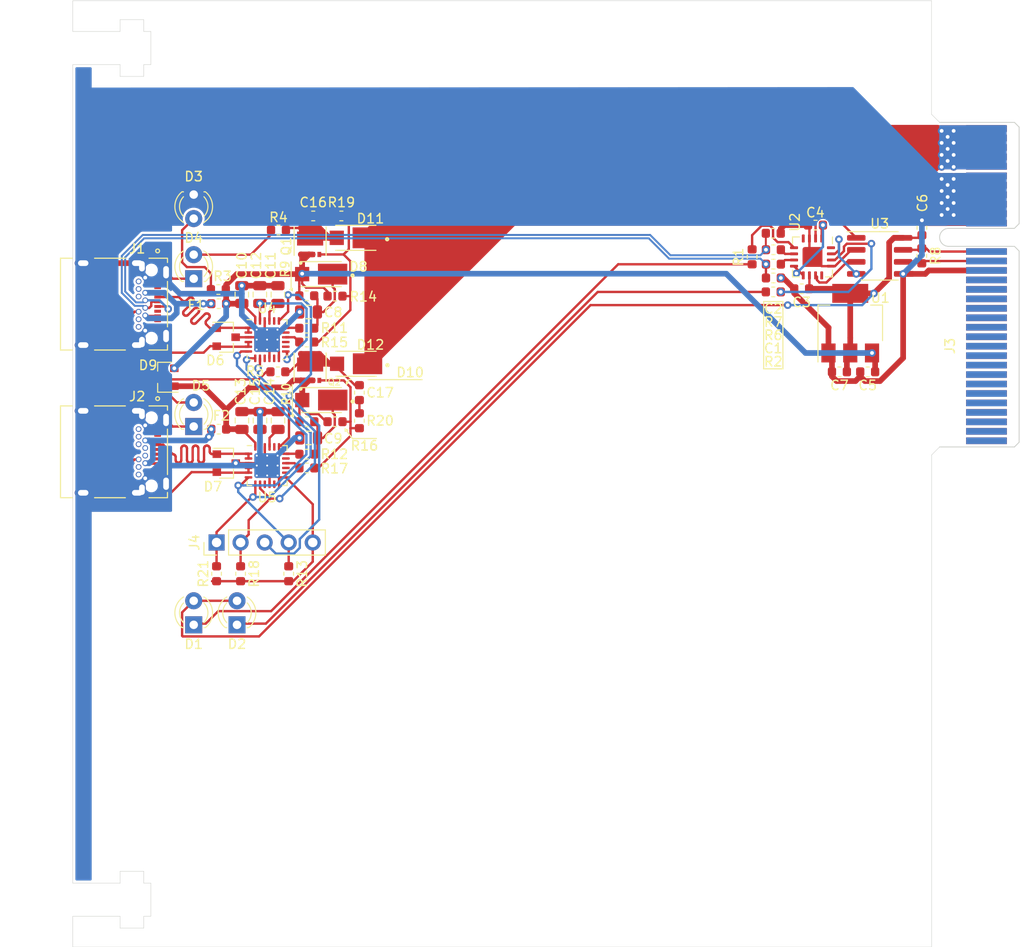
<source format=kicad_pcb>
(kicad_pcb (version 20171130) (host pcbnew 5.1.6+dfsg1-1)
  (title_block (title "Alpha Card PC Intercface Card") (date 2020-07-26) (rev 2) (company Halidelabs) (comment 1 contact@halidelabs.eu))
  (layers (0 F.Cu signal) (31 B.Cu signal) (34 B.Paste user) (35 F.Paste user) (36 B.SilkS user) (37 F.SilkS user) (38 B.Mask user) (39 F.Mask user) (44 Edge.Cuts user))
  (net 0 "")
  (net 1 GND)
  (net 2 /PB_12V)
  (net 3 /UART0_485_P)
  (net 4 /UART0_485_N)
  (net 5 /USBC_IO_PWR_CONN_D-)
  (net 6 /USBC_IO_PWR_CONN_D+)
  (net 7 /RS485/FT_VCCIO)
  (net 8 /USBC_IO_PWR_CONN_VBUS)
  (net 9 "Net-(C8-Pad1)")
  (net 10 "Net-(C9-Pad1)")
  (net 11 "Net-(C11-Pad1)")
  (net 12 /USB_PD/PB_2V7)
  (net 13 /USBC_PWR_ONLY_CONN_VBUS)
  (net 14 "Net-(C14-Pad1)")
  (net 15 /USB_A_PWR_OK)
  (net 16 "Net-(C16-Pad2)")
  (net 17 "Net-(C17-Pad2)")
  (net 18 /USB_B_PWR_OK)
  (net 19 "Net-(D3-Pad2)")
  (net 20 "Net-(D4-Pad2)")
  (net 21 "Net-(D5-Pad2)")
  (net 22 "Net-(F1-Pad2)")
  (net 23 "Net-(F2-Pad2)")
  (net 24 "Net-(J2-PadB8)")
  (net 25 "Net-(J2-PadA8)")
  (net 26 /PD_SCL)
  (net 27 /PD_SDA)
  (net 28 /PD_~ALERT)
  (net 29 /PD_RESET)
  (net 30 "Net-(Q1-Pad4)")
  (net 31 "Net-(Q2-Pad4)")
  (net 32 /FT_TXLED)
  (net 33 /FT_RXLED)
  (net 34 "Net-(R6-Pad1)")
  (net 35 "Net-(R7-Pad1)")
  (net 36 "Net-(R11-Pad1)")
  (net 37 "Net-(R12-Pad1)")
  (net 38 /RS485/FT_RXD)
  (net 39 "Net-(U2-Pad4)")
  (net 40 /RS485/FT_TXDEN)
  (net 41 "Net-(U2-Pad12)")
  (net 42 /RS485/FT_TXD)
  (net 43 "Net-(U2-Pad16)")
  (net 44 "Net-(U4-Pad20)")
  (net 45 "Net-(U4-Pad17)")
  (net 46 "Net-(U4-Pad15)")
  (net 47 "Net-(U4-Pad14)")
  (net 48 "Net-(U4-Pad11)")
  (net 49 "Net-(U4-Pad9)")
  (net 50 "Net-(U5-Pad9)")
  (net 51 "Net-(U5-Pad11)")
  (net 52 "Net-(U5-Pad14)")
  (net 53 "Net-(U5-Pad15)")
  (net 54 "Net-(U5-Pad17)")
  (net 55 "Net-(U5-Pad20)")
  (net 56 "Net-(J1-PadB8)")
  (net 57 "Net-(J1-PadA8)")
  (net 58 "Net-(J2-PadA6)")
  (net 59 "Net-(J2-PadA7)")
  (net 60 "Net-(J2-PadB7)")
  (net 61 "Net-(J2-PadB6)")
  (net 62 "Net-(J3-PadA13)")
  (net 63 "Net-(J3-PadA12)")
  (net 64 "Net-(J3-PadA18)")
  (net 65 "Net-(J3-PadA17)")
  (net 66 "Net-(J3-PadA16)")
  (net 67 "Net-(J3-PadA15)")
  (net 68 "Net-(J3-PadA14)")
  (net 69 "Net-(J3-PadB18)")
  (net 70 "Net-(J3-PadB17)")
  (net 71 "Net-(J3-PadB16)")
  (net 72 "Net-(J3-PadB15)")
  (net 73 "Net-(J3-PadB19)")
  (net 74 "Net-(J3-PadB20)")
  (net 75 "Net-(J3-PadB21)")
  (net 76 "Net-(J3-PadB22)")
  (net 77 "Net-(J3-PadB23)")
  (net 78 "Net-(J3-PadB24)")
  (net 79 "Net-(J3-PadB25)")
  (net 80 "Net-(J3-PadB26)")
  (net 81 "Net-(J3-PadB27)")
  (net 82 "Net-(J3-PadB28)")
  (net 83 "Net-(J3-PadB29)")
  (net 84 "Net-(J3-PadB30)")
  (net 85 "Net-(J3-PadB32)")
  (net 86 "Net-(J3-PadA19)")
  (net 87 "Net-(J3-PadA20)")
  (net 88 "Net-(J3-PadA21)")
  (net 89 "Net-(J3-PadA22)")
  (net 90 "Net-(J3-PadA23)")
  (net 91 "Net-(J3-PadA24)")
  (net 92 "Net-(J3-PadA25)")
  (net 93 "Net-(J3-PadA26)")
  (net 94 "Net-(J3-PadA27)")
  (net 95 "Net-(J3-PadA28)")
  (net 96 "Net-(J3-PadA29)")
  (net 97 "Net-(J3-PadA30)")
  (net 98 "Net-(J3-PadA31)")
  (net 99 "Net-(J3-PadA32)")
  (net 100 "Net-(J3-PadB31)")
  (net 101 "Net-(R15-Pad2)")
  (net 102 "Net-(R17-Pad2)")
  (net 103 /USBC_IO_PWR_CONN_CC_N)
  (net 104 /USBC_IO_PWR_CONN_CC_P)
  (net 105 /USBC_PWR_ONLY_CONN_CC_P)
  (net 106 /USBC_PWR_ONLY_CONN_CC_N)
  (net 107 "Net-(C15-Pad1)")
  (net 108 /FT_PB_5V)
  (net 109 "Net-(D1-Pad1)")
  (net 110 "Net-(D2-Pad1)")
  (module Package_TO_SOT_SMD:SOT-23 (layer F.Cu) (at 109.728 97.79 180)
    (fp_text reference D9 (at 1.778 1.27) (layer F.SilkS))
    (fp_text value ESDA25W)
    (pad 1 smd rect (at -1 -0.95 180) (size 0.9 0.8) (layers F.Cu F.Paste F.Mask) (net 13 /USBC_PWR_ONLY_CONN_VBUS))
    (pad 2 smd rect (at -1 0.95 180) (size 0.9 0.8) (layers F.Cu F.Paste F.Mask) (net 8 /USBC_IO_PWR_CONN_VBUS))
    (pad 3 smd rect (at 1 0 180) (size 0.9 0.8) (layers F.Cu F.Paste F.Mask) (net 1 GND))
  )
  (module kicad-lib:CUI_UJ31-CH-312-SMT-TR (layer F.Cu) (at 108.966 87.3125 270)
    (fp_text reference J1 (at -3.1115 2.159 180) (layer F.SilkS))
    (fp_text value USBC_IO_PWR)
    (pad S1 thru_hole oval (at -1.58 2.16 270) (size 0.9 1.8) (drill oval 0.6 1.1) (layers *.Cu *.Mask) (net 1 GND))
    (pad None np_thru_hole circle (at -0.85 0.66 270) (size 0.85 0.85) (drill 0.85) (layers *.Cu *.Mask))
    (pad S1 thru_hole oval (at 7.08 2.16 270) (size 0.9 1.8) (drill oval 0.6 1.1) (layers *.Cu *.Mask) (net 1 GND))
    (pad S1 thru_hole oval (at 6.755 1.66 270) (size 1.6 0.8) (drill oval 1.1 0.6) (layers *.Cu *.Mask) (net 1 GND))
    (pad None np_thru_hole circle (at 6.35 0.66 270) (size 0.85 0.85) (drill 0.85) (layers *.Cu *.Mask))
    (pad A1 smd rect (at 0 0 270) (size 0.32 0.7) (layers F.Cu F.Paste F.Mask) (net 1 GND))
    (pad A2 smd rect (at 0.5 0 270) (size 0.32 0.7) (layers F.Cu F.Paste F.Mask))
    (pad A3 smd rect (at 1 0 270) (size 0.32 0.7) (layers F.Cu F.Paste F.Mask))
    (pad A4 smd rect (at 1.5 0 270) (size 0.32 0.7) (layers F.Cu F.Paste F.Mask) (net 22 "Net-(F1-Pad2)"))
    (pad A5 smd rect (at 2 0 270) (size 0.32 0.7) (layers F.Cu F.Paste F.Mask) (net 104 /USBC_IO_PWR_CONN_CC_P))
    (pad A6 smd rect (at 2.5 0 270) (size 0.32 0.7) (layers F.Cu F.Paste F.Mask) (net 6 /USBC_IO_PWR_CONN_D+))
    (pad A7 smd rect (at 3 0 270) (size 0.32 0.7) (layers F.Cu F.Paste F.Mask) (net 5 /USBC_IO_PWR_CONN_D-))
    (pad A8 smd rect (at 3.5 0 270) (size 0.32 0.7) (layers F.Cu F.Paste F.Mask) (net 57 "Net-(J1-PadA8)"))
    (pad A9 smd rect (at 4 0 270) (size 0.32 0.7) (layers F.Cu F.Paste F.Mask) (net 22 "Net-(F1-Pad2)"))
    (pad A10 smd rect (at 4.5 0 270) (size 0.32 0.7) (layers F.Cu F.Paste F.Mask))
    (pad A11 smd rect (at 5 0 270) (size 0.32 0.7) (layers F.Cu F.Paste F.Mask))
    (pad A12 smd rect (at 5.5 0 270) (size 0.32 0.7) (layers F.Cu F.Paste F.Mask) (net 1 GND))
    (pad B7 thru_hole circle (at 2.35 1.31 270) (size 0.6 0.6) (drill 0.4) (layers *.Cu *.Mask) (net 5 /USBC_IO_PWR_CONN_D-))
    (pad S1 thru_hole oval (at -1.255 1.66 270) (size 1.6 0.8) (drill oval 1.1 0.6) (layers *.Cu *.Mask) (net 1 GND))
    (pad B9 thru_hole circle (at 1.55 1.31 270) (size 0.6 0.6) (drill 0.4) (layers *.Cu *.Mask) (net 22 "Net-(F1-Pad2)"))
    (pad B12 thru_hole circle (at -0.05 1.31 270) (size 0.6 0.6) (drill 0.4) (layers *.Cu *.Mask) (net 1 GND))
    (pad B6 thru_hole circle (at 3.15 1.31 270) (size 0.6 0.6) (drill 0.4) (layers *.Cu *.Mask) (net 6 /USBC_IO_PWR_CONN_D+))
    (pad B4 thru_hole circle (at 3.95 1.31 270) (size 0.6 0.6) (drill 0.4) (layers *.Cu *.Mask) (net 22 "Net-(F1-Pad2)"))
    (pad B1 thru_hole circle (at 5.55 1.31 270) (size 0.6 0.6) (drill 0.4) (layers *.Cu *.Mask) (net 1 GND))
    (pad B8 thru_hole circle (at 1.95 2.01 270) (size 0.6 0.6) (drill 0.4) (layers *.Cu *.Mask) (net 56 "Net-(J1-PadB8)"))
    (pad B10 thru_hole circle (at 1.15 2.01 270) (size 0.6 0.6) (drill 0.4) (layers *.Cu *.Mask))
    (pad B11 thru_hole circle (at 0.35 2.01 270) (size 0.6 0.6) (drill 0.4) (layers *.Cu *.Mask))
    (pad B5 thru_hole circle (at 3.55 2.01 270) (size 0.6 0.6) (drill 0.4) (layers *.Cu *.Mask) (net 103 /USBC_IO_PWR_CONN_CC_N))
    (pad B3 thru_hole circle (at 4.35 2.01 270) (size 0.6 0.6) (drill 0.4) (layers *.Cu *.Mask))
    (pad B2 thru_hole circle (at 5.15 2.01 270) (size 0.6 0.6) (drill 0.4) (layers *.Cu *.Mask))
    (pad S1 thru_hole oval (at -1.58 7.86 270) (size 0.9 1.8) (drill oval 0.6 1.1) (layers *.Cu *.Mask) (net 1 GND))
    (pad S1 thru_hole oval (at 7.08 7.86 270) (size 0.9 1.8) (drill oval 0.6 1.1) (layers *.Cu *.Mask) (net 1 GND))
    (pad S1 thru_hole oval (at -0.62 -0.89 270) (size 1.4 0.7) (drill oval 1.3 0.6) (layers *.Cu *.Mask) (net 1 GND))
    (pad S1 thru_hole oval (at 6.12 -0.89 270) (size 1.4 0.7) (drill oval 1.3 0.6) (layers *.Cu *.Mask) (net 1 GND))
  )
  (module kicad-lib:CUI_UJ31-CH-312-SMT-TR (layer F.Cu) (at 108.966 102.9208 270)
    (fp_text reference J2 (at -3.0988 2.159 180) (layer F.SilkS))
    (fp_text value USBC_PWR_ONLY)
    (pad S1 thru_hole oval (at -1.58 2.16 270) (size 0.9 1.8) (drill oval 0.6 1.1) (layers *.Cu *.Mask) (net 1 GND))
    (pad None np_thru_hole circle (at -0.85 0.66 270) (size 0.85 0.85) (drill 0.85) (layers *.Cu *.Mask))
    (pad S1 thru_hole oval (at 7.08 2.16 270) (size 0.9 1.8) (drill oval 0.6 1.1) (layers *.Cu *.Mask) (net 1 GND))
    (pad S1 thru_hole oval (at 6.755 1.66 270) (size 1.6 0.8) (drill oval 1.1 0.6) (layers *.Cu *.Mask) (net 1 GND))
    (pad None np_thru_hole circle (at 6.35 0.66 270) (size 0.85 0.85) (drill 0.85) (layers *.Cu *.Mask))
    (pad A1 smd rect (at 0 0 270) (size 0.32 0.7) (layers F.Cu F.Paste F.Mask) (net 1 GND))
    (pad A2 smd rect (at 0.5 0 270) (size 0.32 0.7) (layers F.Cu F.Paste F.Mask))
    (pad A3 smd rect (at 1 0 270) (size 0.32 0.7) (layers F.Cu F.Paste F.Mask))
    (pad A4 smd rect (at 1.5 0 270) (size 0.32 0.7) (layers F.Cu F.Paste F.Mask) (net 23 "Net-(F2-Pad2)"))
    (pad A5 smd rect (at 2 0 270) (size 0.32 0.7) (layers F.Cu F.Paste F.Mask) (net 105 /USBC_PWR_ONLY_CONN_CC_P))
    (pad A6 smd rect (at 2.5 0 270) (size 0.32 0.7) (layers F.Cu F.Paste F.Mask) (net 58 "Net-(J2-PadA6)"))
    (pad A7 smd rect (at 3 0 270) (size 0.32 0.7) (layers F.Cu F.Paste F.Mask) (net 59 "Net-(J2-PadA7)"))
    (pad A8 smd rect (at 3.5 0 270) (size 0.32 0.7) (layers F.Cu F.Paste F.Mask) (net 25 "Net-(J2-PadA8)"))
    (pad A9 smd rect (at 4 0 270) (size 0.32 0.7) (layers F.Cu F.Paste F.Mask) (net 23 "Net-(F2-Pad2)"))
    (pad A10 smd rect (at 4.5 0 270) (size 0.32 0.7) (layers F.Cu F.Paste F.Mask))
    (pad A11 smd rect (at 5 0 270) (size 0.32 0.7) (layers F.Cu F.Paste F.Mask))
    (pad A12 smd rect (at 5.5 0 270) (size 0.32 0.7) (layers F.Cu F.Paste F.Mask) (net 1 GND))
    (pad B7 thru_hole circle (at 2.35 1.31 270) (size 0.6 0.6) (drill 0.4) (layers *.Cu *.Mask) (net 60 "Net-(J2-PadB7)"))
    (pad S1 thru_hole oval (at -1.255 1.66 270) (size 1.6 0.8) (drill oval 1.1 0.6) (layers *.Cu *.Mask) (net 1 GND))
    (pad B9 thru_hole circle (at 1.55 1.31 270) (size 0.6 0.6) (drill 0.4) (layers *.Cu *.Mask) (net 23 "Net-(F2-Pad2)"))
    (pad B12 thru_hole circle (at -0.05 1.31 270) (size 0.6 0.6) (drill 0.4) (layers *.Cu *.Mask) (net 1 GND))
    (pad B6 thru_hole circle (at 3.15 1.31 270) (size 0.6 0.6) (drill 0.4) (layers *.Cu *.Mask) (net 61 "Net-(J2-PadB6)"))
    (pad B4 thru_hole circle (at 3.95 1.31 270) (size 0.6 0.6) (drill 0.4) (layers *.Cu *.Mask) (net 23 "Net-(F2-Pad2)"))
    (pad B1 thru_hole circle (at 5.55 1.31 270) (size 0.6 0.6) (drill 0.4) (layers *.Cu *.Mask) (net 1 GND))
    (pad B8 thru_hole circle (at 1.95 2.01 270) (size 0.6 0.6) (drill 0.4) (layers *.Cu *.Mask) (net 24 "Net-(J2-PadB8)"))
    (pad B10 thru_hole circle (at 1.15 2.01 270) (size 0.6 0.6) (drill 0.4) (layers *.Cu *.Mask))
    (pad B11 thru_hole circle (at 0.35 2.01 270) (size 0.6 0.6) (drill 0.4) (layers *.Cu *.Mask))
    (pad B5 thru_hole circle (at 3.55 2.01 270) (size 0.6 0.6) (drill 0.4) (layers *.Cu *.Mask) (net 106 /USBC_PWR_ONLY_CONN_CC_N))
    (pad B3 thru_hole circle (at 4.35 2.01 270) (size 0.6 0.6) (drill 0.4) (layers *.Cu *.Mask))
    (pad B2 thru_hole circle (at 5.15 2.01 270) (size 0.6 0.6) (drill 0.4) (layers *.Cu *.Mask))
    (pad S1 thru_hole oval (at -1.58 7.86 270) (size 0.9 1.8) (drill oval 0.6 1.1) (layers *.Cu *.Mask) (net 1 GND))
    (pad S1 thru_hole oval (at 7.08 7.86 270) (size 0.9 1.8) (drill oval 0.6 1.1) (layers *.Cu *.Mask) (net 1 GND))
    (pad S1 thru_hole oval (at -0.62 -0.89 270) (size 1.4 0.7) (drill oval 1.3 0.6) (layers *.Cu *.Mask) (net 1 GND))
    (pad S1 thru_hole oval (at 6.12 -0.89 270) (size 1.4 0.7) (drill oval 1.3 0.6) (layers *.Cu *.Mask) (net 1 GND))
  )
  (module Package_DFN_QFN:QFN-24-1EP_4x4mm_P0.5mm_EP2.7x2.6mm_ThermalVias (layer F.Cu) (at 120.523 93.8149)
    (fp_text reference U4 (at 0 -3.32) (layer F.SilkS))
    (fp_text value STUSB4500QTR)
    (pad 24 smd roundrect (at -1.25 -1.975) (size 0.25 0.8) (layers F.Cu F.Paste F.Mask) (net 8 /USBC_IO_PWR_CONN_VBUS))
    (pad 23 smd roundrect (at -0.75 -1.975) (size 0.25 0.8) (layers F.Cu F.Paste F.Mask) (net 12 /USB_PD/PB_2V7))
    (pad 22 smd roundrect (at -0.25 -1.975) (size 0.25 0.8) (layers F.Cu F.Paste F.Mask) (net 1 GND))
    (pad 21 smd roundrect (at 0.25 -1.975) (size 0.25 0.8) (layers F.Cu F.Paste F.Mask) (net 11 "Net-(C11-Pad1)"))
    (pad 20 smd roundrect (at 0.75 -1.975) (size 0.25 0.8) (layers F.Cu F.Paste F.Mask) (net 44 "Net-(U4-Pad20)"))
    (pad 19 smd roundrect (at 1.25 -1.975) (size 0.25 0.8) (layers F.Cu F.Paste F.Mask) (net 28 /PD_~ALERT))
    (pad 18 smd roundrect (at 1.975 -1.25) (size 0.8 0.25) (layers F.Cu F.Paste F.Mask) (net 36 "Net-(R11-Pad1)"))
    (pad 17 smd roundrect (at 1.975 -0.75) (size 0.8 0.25) (layers F.Cu F.Paste F.Mask) (net 45 "Net-(U4-Pad17)"))
    (pad 16 smd roundrect (at 1.975 -0.25) (size 0.8 0.25) (layers F.Cu F.Paste F.Mask) (net 101 "Net-(R15-Pad2)"))
    (pad 15 smd roundrect (at 1.975 0.25) (size 0.8 0.25) (layers F.Cu F.Paste F.Mask) (net 46 "Net-(U4-Pad15)"))
    (pad 14 smd roundrect (at 1.975 0.75) (size 0.8 0.25) (layers F.Cu F.Paste F.Mask) (net 47 "Net-(U4-Pad14)"))
    (pad 13 smd roundrect (at 1.975 1.25) (size 0.8 0.25) (layers F.Cu F.Paste F.Mask) (net 12 /USB_PD/PB_2V7))
    (pad 12 smd roundrect (at 1.25 1.975) (size 0.25 0.8) (layers F.Cu F.Paste F.Mask) (net 1 GND))
    (pad 11 smd roundrect (at 0.75 1.975) (size 0.25 0.8) (layers F.Cu F.Paste F.Mask) (net 48 "Net-(U4-Pad11)"))
    (pad 10 smd roundrect (at 0.25 1.975) (size 0.25 0.8) (layers F.Cu F.Paste F.Mask) (net 1 GND))
    (pad 9 smd roundrect (at -0.25 1.975) (size 0.25 0.8) (layers F.Cu F.Paste F.Mask) (net 49 "Net-(U4-Pad9)"))
    (pad 8 smd roundrect (at -0.75 1.975) (size 0.25 0.8) (layers F.Cu F.Paste F.Mask) (net 27 /PD_SDA))
    (pad 7 smd roundrect (at -1.25 1.975) (size 0.25 0.8) (layers F.Cu F.Paste F.Mask) (net 26 /PD_SCL))
    (pad 6 smd roundrect (at -1.975 1.25) (size 0.8 0.25) (layers F.Cu F.Paste F.Mask) (net 29 /PD_RESET))
    (pad 5 smd roundrect (at -1.975 0.75) (size 0.8 0.25) (layers F.Cu F.Paste F.Mask) (net 103 /USBC_IO_PWR_CONN_CC_N))
    (pad 4 smd roundrect (at -1.975 0.25) (size 0.8 0.25) (layers F.Cu F.Paste F.Mask) (net 103 /USBC_IO_PWR_CONN_CC_N))
    (pad 3 smd roundrect (at -1.975 -0.25) (size 0.8 0.25) (layers F.Cu F.Paste F.Mask) (net 1 GND))
    (pad 2 smd roundrect (at -1.975 -0.75) (size 0.8 0.25) (layers F.Cu F.Paste F.Mask) (net 104 /USBC_IO_PWR_CONN_CC_P))
    (pad 1 smd roundrect (at -1.975 -1.25) (size 0.8 0.25) (layers F.Cu F.Paste F.Mask) (net 104 /USBC_IO_PWR_CONN_CC_P))
    (pad 25 smd roundrect (at 0 0) (size 2.7 2.6) (layers B.Cu) (roundrect_rratio 0.096154) (net 1 GND))
    (pad 25 thru_hole circle (at 1.1 1.05) (size 0.5 0.5) (drill 0.2) (layers *.Cu) (net 1 GND))
    (pad 25 thru_hole circle (at 0 1.05) (size 0.5 0.5) (drill 0.2) (layers *.Cu) (net 1 GND))
    (pad 25 thru_hole circle (at -1.1 1.05) (size 0.5 0.5) (drill 0.2) (layers *.Cu) (net 1 GND))
    (pad 25 thru_hole circle (at 1.1 0) (size 0.5 0.5) (drill 0.2) (layers *.Cu) (net 1 GND))
    (pad 25 thru_hole circle (at 0 0) (size 0.5 0.5) (drill 0.2) (layers *.Cu) (net 1 GND))
    (pad 25 thru_hole circle (at -1.1 0) (size 0.5 0.5) (drill 0.2) (layers *.Cu) (net 1 GND))
    (pad 25 thru_hole circle (at 1.1 -1.05) (size 0.5 0.5) (drill 0.2) (layers *.Cu) (net 1 GND))
    (pad 25 thru_hole circle (at 0 -1.05) (size 0.5 0.5) (drill 0.2) (layers *.Cu) (net 1 GND))
    (pad 25 thru_hole circle (at -1.1 -1.05) (size 0.5 0.5) (drill 0.2) (layers *.Cu) (net 1 GND))
    (pad 25 smd roundrect (at 0 0) (size 2.7 2.6) (layers F.Cu F.Mask) (roundrect_rratio 0.096154) (net 1 GND))
  )
  (module kicad-lib:BUS_PCIexpress_x4 (layer F.Cu) (at 200 83 90)
    (fp_text reference J3 (at -11.488 -7.341 270) (layer F.SilkS))
    (fp_text value 10018784-10201TLF)
    (fp_line (start 0.9435 -7.4925) (end 0.9435 -0.5425) (layer Edge.Cuts) (width 0.1))
    (fp_line (start -0.9565 -7.4925) (end -0.9565 -0.5425) (layer Edge.Cuts) (width 0.1))
    (fp_line (start 12.1435 -8.4425) (end 12.1435 -0.5425) (layer Edge.Cuts) (width 0.1))
    (fp_line (start 11.6435 -0.0425) (end 1.4435 -0.0425) (layer Edge.Cuts) (width 0.1))
    (fp_line (start -22.1565 -8.4425) (end -22.1565 -0.5425) (layer Edge.Cuts) (width 0.1))
    (fp_line (start -1.4565 -0.0425) (end -21.6565 -0.0425) (layer Edge.Cuts) (width 0.1))
    (fp_line (start 12.1435 -0.5425) (end 11.6435 -0.0425) (layer Edge.Cuts) (width 0.1))
    (fp_line (start 0.9435 -0.5425) (end 1.4435 -0.0425) (layer Edge.Cuts) (width 0.1))
    (fp_line (start -0.9565 -0.5425) (end -1.4565 -0.0425) (layer Edge.Cuts) (width 0.1))
    (fp_line (start -22.1565 -0.5425) (end -21.6565 -0.0425) (layer Edge.Cuts) (width 0.1))
    (fp_arc (start -0.0065 -7.4925) (end -0.9565 -7.4925) (angle 180) (layer Edge.Cuts) (width 0.1))
    (pad A13 connect rect (at -2.5065 -3.4925 90) (size 0.7 4.3) (layers B.Cu B.Mask) (net 62 "Net-(J3-PadA13)"))
    (pad A12 connect rect (at -1.5065 -3.4925 90) (size 0.7 4.3) (layers B.Cu B.Mask) (net 63 "Net-(J3-PadA12)"))
    (pad A18 connect rect (at -7.5065 -3.4925 90) (size 0.7 4.3) (layers B.Cu B.Mask) (net 64 "Net-(J3-PadA18)"))
    (pad A17 connect rect (at -6.5065 -3.4925 90) (size 0.7 4.3) (layers B.Cu B.Mask) (net 65 "Net-(J3-PadA17)"))
    (pad A16 connect rect (at -5.5065 -3.4925 90) (size 0.7 4.3) (layers B.Cu B.Mask) (net 66 "Net-(J3-PadA16)"))
    (pad A15 connect rect (at -4.5065 -3.4925 90) (size 0.7 4.3) (layers B.Cu B.Mask) (net 67 "Net-(J3-PadA15)"))
    (pad A14 connect rect (at -3.5065 -3.4925 90) (size 0.7 4.3) (layers B.Cu B.Mask) (net 68 "Net-(J3-PadA14)"))
    (pad A11 connect rect (at 1.4935 -3.4925 90) (size 0.7 4.3) (layers B.Cu B.Mask) (net 1 GND))
    (pad A10 connect rect (at 2.4935 -3.4925 90) (size 0.7 4.3) (layers B.Cu B.Mask) (net 1 GND))
    (pad A9 connect rect (at 3.4935 -3.4925 90) (size 0.7 4.3) (layers B.Cu B.Mask) (net 1 GND))
    (pad A8 connect rect (at 4.4935 -3.4925 90) (size 0.7 4.3) (layers B.Cu B.Mask) (net 1 GND))
    (pad A7 connect rect (at 5.4935 -3.4925 90) (size 0.7 4.3) (layers B.Cu B.Mask) (net 1 GND))
    (pad A6 connect rect (at 6.4935 -3.4925 90) (size 0.7 4.3) (layers B.Cu B.Mask) (net 1 GND))
    (pad A5 connect rect (at 7.4935 -3.4925 90) (size 0.7 4.3) (layers B.Cu B.Mask) (net 2 /PB_12V))
    (pad A4 connect rect (at 8.4935 -3.4925 90) (size 0.7 4.3) (layers B.Cu B.Mask) (net 2 /PB_12V))
    (pad A3 connect rect (at 9.4935 -3.4925 90) (size 0.7 4.3) (layers B.Cu B.Mask) (net 2 /PB_12V))
    (pad A2 connect rect (at 10.4935 -3.4925 90) (size 0.7 4.3) (layers B.Cu B.Mask) (net 2 /PB_12V))
    (pad B13 connect rect (at -2.5065 -3.4925 90) (size 0.7 4.3) (layers F.Cu F.Mask) (net 3 /UART0_485_P))
    (pad B12 connect rect (at -1.5065 -3.4925 90) (size 0.7 4.3) (layers F.Cu F.Mask) (net 4 /UART0_485_N))
    (pad B18 connect rect (at -7.5065 -3.4925 90) (size 0.7 4.3) (layers F.Cu F.Mask) (net 69 "Net-(J3-PadB18)"))
    (pad B17 connect rect (at -6.5065 -3.4925 90) (size 0.7 4.3) (layers F.Cu F.Mask) (net 70 "Net-(J3-PadB17)"))
    (pad B16 connect rect (at -5.5065 -3.4925 90) (size 0.7 4.3) (layers F.Cu F.Mask) (net 71 "Net-(J3-PadB16)"))
    (pad B15 connect rect (at -4.5065 -3.4925 90) (size 0.7 4.3) (layers F.Cu F.Mask) (net 72 "Net-(J3-PadB15)"))
    (pad B14 connect rect (at -3.5065 -3.4925 90) (size 0.7 4.3) (layers F.Cu F.Mask) (net 1 GND))
    (pad B11 connect rect (at 1.4935 -3.4925 90) (size 0.7 4.3) (layers F.Cu F.Mask) (net 1 GND))
    (pad B10 connect rect (at 2.4935 -3.4925 90) (size 0.7 4.3) (layers F.Cu F.Mask) (net 1 GND))
    (pad B9 connect rect (at 3.4935 -3.4925 90) (size 0.7 4.3) (layers F.Cu F.Mask) (net 1 GND))
    (pad B8 connect rect (at 4.4935 -3.4925 90) (size 0.7 4.3) (layers F.Cu F.Mask) (net 1 GND))
    (pad B7 connect rect (at 5.4935 -3.4925 90) (size 0.7 4.3) (layers F.Cu F.Mask) (net 1 GND))
    (pad B6 connect rect (at 6.4935 -3.4925 90) (size 0.7 4.3) (layers F.Cu F.Mask) (net 1 GND))
    (pad B5 connect rect (at 7.4935 -3.4925 90) (size 0.7 4.3) (layers F.Cu F.Mask) (net 2 /PB_12V))
    (pad B4 connect rect (at 8.4935 -3.4925 90) (size 0.7 4.3) (layers F.Cu F.Mask) (net 2 /PB_12V))
    (pad B3 connect rect (at 9.4935 -3.4925 90) (size 0.7 4.3) (layers F.Cu F.Mask) (net 2 /PB_12V))
    (pad B2 connect rect (at 10.4935 -3.4925 90) (size 0.7 4.3) (layers F.Cu F.Mask) (net 2 /PB_12V))
    (pad B1 connect rect (at 11.4935 -3.4925 90) (size 0.7 4.3) (layers F.Cu F.Mask) (net 2 /PB_12V))
    (pad B19 connect rect (at -8.5065 -3.4925 90) (size 0.7 4.3) (layers F.Cu F.Mask) (net 73 "Net-(J3-PadB19)"))
    (pad B20 connect rect (at -9.5065 -3.4925 90) (size 0.7 4.3) (layers F.Cu F.Mask) (net 74 "Net-(J3-PadB20)"))
    (pad B21 connect rect (at -10.5065 -3.4925 90) (size 0.7 4.3) (layers F.Cu F.Mask) (net 75 "Net-(J3-PadB21)"))
    (pad B22 connect rect (at -11.5065 -3.4925 90) (size 0.7 4.3) (layers F.Cu F.Mask) (net 76 "Net-(J3-PadB22)"))
    (pad B23 connect rect (at -12.5065 -3.4925 90) (size 0.7 4.3) (layers F.Cu F.Mask) (net 77 "Net-(J3-PadB23)"))
    (pad B24 connect rect (at -13.5065 -3.4925 90) (size 0.7 4.3) (layers F.Cu F.Mask) (net 78 "Net-(J3-PadB24)"))
    (pad B25 connect rect (at -14.5065 -3.4925 90) (size 0.7 4.3) (layers F.Cu F.Mask) (net 79 "Net-(J3-PadB25)"))
    (pad B26 connect rect (at -15.5065 -3.4925 90) (size 0.7 4.3) (layers F.Cu F.Mask) (net 80 "Net-(J3-PadB26)"))
    (pad B27 connect rect (at -16.5065 -3.4925 90) (size 0.7 4.3) (layers F.Cu F.Mask) (net 81 "Net-(J3-PadB27)"))
    (pad B28 connect rect (at -17.5065 -3.4925 90) (size 0.7 4.3) (layers F.Cu F.Mask) (net 82 "Net-(J3-PadB28)"))
    (pad B29 connect rect (at -18.5065 -3.4925 90) (size 0.7 4.3) (layers F.Cu F.Mask) (net 83 "Net-(J3-PadB29)"))
    (pad B30 connect rect (at -19.5065 -3.4925 90) (size 0.7 4.3) (layers F.Cu F.Mask) (net 84 "Net-(J3-PadB30)"))
    (pad B32 connect rect (at -21.5065 -3.4925 90) (size 0.7 4.3) (layers F.Cu F.Mask) (net 85 "Net-(J3-PadB32)"))
    (pad A19 connect rect (at -8.5065 -3.4925 90) (size 0.7 4.3) (layers B.Cu B.Mask) (net 86 "Net-(J3-PadA19)"))
    (pad A20 connect rect (at -9.5065 -3.4925 90) (size 0.7 4.3) (layers B.Cu B.Mask) (net 87 "Net-(J3-PadA20)"))
    (pad A21 connect rect (at -10.5065 -3.4925 90) (size 0.7 4.3) (layers B.Cu B.Mask) (net 88 "Net-(J3-PadA21)"))
    (pad A22 connect rect (at -11.5065 -3.4925 90) (size 0.7 4.3) (layers B.Cu B.Mask) (net 89 "Net-(J3-PadA22)"))
    (pad A23 connect rect (at -12.5065 -3.4925 90) (size 0.7 4.3) (layers B.Cu B.Mask) (net 90 "Net-(J3-PadA23)"))
    (pad A24 connect rect (at -13.5065 -3.4925 90) (size 0.7 4.3) (layers B.Cu B.Mask) (net 91 "Net-(J3-PadA24)"))
    (pad A25 connect rect (at -14.5065 -3.4925 90) (size 0.7 4.3) (layers B.Cu B.Mask) (net 92 "Net-(J3-PadA25)"))
    (pad A26 connect rect (at -15.5065 -3.4925 90) (size 0.7 4.3) (layers B.Cu B.Mask) (net 93 "Net-(J3-PadA26)"))
    (pad A27 connect rect (at -16.5065 -3.4925 90) (size 0.7 4.3) (layers B.Cu B.Mask) (net 94 "Net-(J3-PadA27)"))
    (pad A28 connect rect (at -17.5065 -3.4925 90) (size 0.7 4.3) (layers B.Cu B.Mask) (net 95 "Net-(J3-PadA28)"))
    (pad A29 connect rect (at -18.5065 -3.4925 90) (size 0.7 4.3) (layers B.Cu B.Mask) (net 96 "Net-(J3-PadA29)"))
    (pad A30 connect rect (at -19.5065 -3.4925 90) (size 0.7 4.3) (layers B.Cu B.Mask) (net 97 "Net-(J3-PadA30)"))
    (pad A31 connect rect (at -20.5065 -3.4925 90) (size 0.7 4.3) (layers B.Cu B.Mask) (net 98 "Net-(J3-PadA31)"))
    (pad A32 connect rect (at -21.5065 -3.4925 90) (size 0.7 4.3) (layers B.Cu B.Mask) (net 99 "Net-(J3-PadA32)"))
    (pad B31 connect rect (at -20.5105 -3.4925 90) (size 0.7 4.3) (layers F.Cu F.Mask) (net 100 "Net-(J3-PadB31)"))
    (pad A1 connect rect (at 11.4935 -3.4925 90) (size 0.7 4.3) (layers B.Cu B.Mask) (net 2 /PB_12V))
  )
  (module Capacitor_SMD:C_0603_1608Metric (layer F.Cu) (at 174.0027 87.2998)
    (fp_text reference C1 (at -0.0127 7.4422) (layer F.SilkS))
    (fp_text value 47p)
    (pad 2 smd roundrect (at 0.7875 0) (size 0.875 0.95) (layers F.Cu F.Paste F.Mask) (net 1 GND))
    (pad 1 smd roundrect (at -0.7875 0) (size 0.875 0.95) (layers F.Cu F.Paste F.Mask) (net 5 /USBC_IO_PWR_CONN_D-))
  )
  (module Capacitor_SMD:C_0603_1608Metric (layer F.Cu) (at 173.99 82.5754)
    (fp_text reference C2 (at 0 7.9756) (layer F.SilkS))
    (fp_text value 47p)
    (pad 1 smd roundrect (at -0.7875 0) (size 0.875 0.95) (layers F.Cu F.Paste F.Mask) (net 6 /USBC_IO_PWR_CONN_D+))
    (pad 2 smd roundrect (at 0.7875 0) (size 0.875 0.95) (layers F.Cu F.Paste F.Mask) (net 1 GND))
  )
  (module Capacitor_SMD:C_0603_1608Metric (layer F.Cu) (at 176.9872 88.4428 180)
    (fp_text reference C3 (at 0 -1.43) (layer F.SilkS))
    (fp_text value 100n)
    (pad 2 smd roundrect (at 0.7875 0 180) (size 0.875 0.95) (layers F.Cu F.Paste F.Mask) (net 1 GND))
    (pad 1 smd roundrect (at -0.7875 0 180) (size 0.875 0.95) (layers F.Cu F.Paste F.Mask) (net 108 /FT_PB_5V))
  )
  (module Capacitor_SMD:C_0603_1608Metric (layer F.Cu) (at 178.4477 81.7118 180)
    (fp_text reference C4 (at 0.0127 1.3208) (layer F.SilkS))
    (fp_text value 100n)
    (pad 1 smd roundrect (at -0.7875 0 180) (size 0.875 0.95) (layers F.Cu F.Paste F.Mask) (net 7 /RS485/FT_VCCIO))
    (pad 2 smd roundrect (at 0.7875 0 180) (size 0.875 0.95) (layers F.Cu F.Paste F.Mask) (net 1 GND))
  )
  (module Capacitor_SMD:C_0603_1608Metric (layer F.Cu) (at 183.9595 97.2185 180)
    (fp_text reference C5 (at 0 -1.43) (layer F.SilkS))
    (fp_text value 100n)
    (pad 1 smd roundrect (at -0.7875 0 180) (size 0.875 0.95) (layers F.Cu F.Paste F.Mask) (net 8 /USBC_IO_PWR_CONN_VBUS))
    (pad 2 smd roundrect (at 0.7875 0 180) (size 0.875 0.95) (layers F.Cu F.Paste F.Mask) (net 1 GND))
  )
  (module Capacitor_SMD:C_0603_1608Metric (layer F.Cu) (at 189.6872 81.9912 90)
    (fp_text reference C6 (at 2.6162 0.0508 90) (layer F.SilkS))
    (fp_text value 100n)
    (pad 1 smd roundrect (at -0.7875 0 90) (size 0.875 0.95) (layers F.Cu F.Paste F.Mask) (net 108 /FT_PB_5V))
    (pad 2 smd roundrect (at 0.7875 0 90) (size 0.875 0.95) (layers F.Cu F.Paste F.Mask) (net 1 GND))
  )
  (module Capacitor_SMD:C_0603_1608Metric (layer F.Cu) (at 180.975 97.2185 180)
    (fp_text reference C7 (at 0 -1.43) (layer F.SilkS))
    (fp_text value 100n)
    (pad 2 smd roundrect (at 0.7875 0 180) (size 0.875 0.95) (layers F.Cu F.Paste F.Mask) (net 1 GND))
    (pad 1 smd roundrect (at -0.7875 0 180) (size 0.875 0.95) (layers F.Cu F.Paste F.Mask) (net 108 /FT_PB_5V))
  )
  (module Capacitor_SMD:C_0805_2012Metric (layer F.Cu) (at 124.9045 90.8939 180)
    (fp_text reference C8 (at -2.6035 -0.0381) (layer F.SilkS))
    (fp_text value 1µ)
    (pad 2 smd roundrect (at 0.9375 0 180) (size 0.975 1.4) (layers F.Cu F.Paste F.Mask) (net 1 GND))
    (pad 1 smd roundrect (at -0.9375 0 180) (size 0.975 1.4) (layers F.Cu F.Paste F.Mask) (net 9 "Net-(C8-Pad1)"))
  )
  (module Capacitor_SMD:C_0805_2012Metric (layer F.Cu) (at 124.9172 104.2035 180)
    (fp_text reference C9 (at -2.5908 -0.0635) (layer F.SilkS))
    (fp_text value 1µ)
    (pad 2 smd roundrect (at 0.9375 0 180) (size 0.975 1.4) (layers F.Cu F.Paste F.Mask) (net 1 GND))
    (pad 1 smd roundrect (at -0.9375 0 180) (size 0.975 1.4) (layers F.Cu F.Paste F.Mask) (net 10 "Net-(C9-Pad1)"))
  )
  (module Capacitor_SMD:C_0805_2012Metric (layer F.Cu) (at 117.856 89.0524 90)
    (fp_text reference C10 (at 3.0734 0 90) (layer F.SilkS))
    (fp_text value 1µ)
    (pad 2 smd roundrect (at 0.9375 0 90) (size 0.975 1.4) (layers F.Cu F.Paste F.Mask) (net 1 GND))
    (pad 1 smd roundrect (at -0.9375 0 90) (size 0.975 1.4) (layers F.Cu F.Paste F.Mask) (net 8 /USBC_IO_PWR_CONN_VBUS))
  )
  (module Capacitor_SMD:C_0805_2012Metric (layer F.Cu) (at 121.666 89.0524 90)
    (fp_text reference C11 (at 3.0734 -0.762 90) (layer F.SilkS))
    (fp_text value 1µ)
    (pad 1 smd roundrect (at -0.9375 0 90) (size 0.975 1.4) (layers F.Cu F.Paste F.Mask) (net 11 "Net-(C11-Pad1)"))
    (pad 2 smd roundrect (at 0.9375 0 90) (size 0.975 1.4) (layers F.Cu F.Paste F.Mask) (net 1 GND))
  )
  (module Capacitor_SMD:C_0805_2012Metric (layer F.Cu) (at 119.761 89.0524 90)
    (fp_text reference C12 (at 3.0734 -0.381 90) (layer F.SilkS))
    (fp_text value 1µ)
    (pad 1 smd roundrect (at -0.9375 0 90) (size 0.975 1.4) (layers F.Cu F.Paste F.Mask) (net 12 /USB_PD/PB_2V7))
    (pad 2 smd roundrect (at 0.9375 0 90) (size 0.975 1.4) (layers F.Cu F.Paste F.Mask) (net 1 GND))
  )
  (module Capacitor_SMD:C_0805_2012Metric (layer F.Cu) (at 117.8687 102.362 90)
    (fp_text reference C13 (at 3.048 -0.1397 90) (layer F.SilkS))
    (fp_text value 1µ)
    (pad 1 smd roundrect (at -0.9375 0 90) (size 0.975 1.4) (layers F.Cu F.Paste F.Mask) (net 13 /USBC_PWR_ONLY_CONN_VBUS))
    (pad 2 smd roundrect (at 0.9375 0 90) (size 0.975 1.4) (layers F.Cu F.Paste F.Mask) (net 1 GND))
  )
  (module Capacitor_SMD:C_0805_2012Metric (layer F.Cu) (at 121.6787 102.362 90)
    (fp_text reference C14 (at 3.048 -0.9017 90) (layer F.SilkS))
    (fp_text value 1µ)
    (pad 2 smd roundrect (at 0.9375 0 90) (size 0.975 1.4) (layers F.Cu F.Paste F.Mask) (net 1 GND))
    (pad 1 smd roundrect (at -0.9375 0 90) (size 0.975 1.4) (layers F.Cu F.Paste F.Mask) (net 14 "Net-(C14-Pad1)"))
  )
  (module Capacitor_SMD:C_0805_2012Metric (layer F.Cu) (at 119.7737 102.362 90)
    (fp_text reference C15 (at 3.048 -0.5207 90) (layer F.SilkS))
    (fp_text value 1µ)
    (pad 1 smd roundrect (at -0.9375 0 90) (size 0.975 1.4) (layers F.Cu F.Paste F.Mask) (net 107 "Net-(C15-Pad1)"))
    (pad 2 smd roundrect (at 0.9375 0 90) (size 0.975 1.4) (layers F.Cu F.Paste F.Mask) (net 1 GND))
  )
  (module Capacitor_SMD:C_0603_1608Metric (layer F.Cu) (at 125.3998 80.7466)
    (fp_text reference C16 (at 0 -1.43) (layer F.SilkS))
    (fp_text value 100n)
    (pad 2 smd roundrect (at 0.7875 0) (size 0.875 0.95) (layers F.Cu F.Paste F.Mask) (net 16 "Net-(C16-Pad2)"))
    (pad 1 smd roundrect (at -0.7875 0) (size 0.875 0.95) (layers F.Cu F.Paste F.Mask) (net 15 /USB_A_PWR_OK))
  )
  (module Capacitor_SMD:C_0603_1608Metric (layer F.Cu) (at 130.2766 99.4156 270)
    (fp_text reference C17 (at 0 -2.1844 180) (layer F.SilkS))
    (fp_text value 100n)
    (pad 1 smd roundrect (at -0.7875 0 270) (size 0.875 0.95) (layers F.Cu F.Paste F.Mask) (net 18 /USB_B_PWR_OK))
    (pad 2 smd roundrect (at 0.7875 0 270) (size 0.875 0.95) (layers F.Cu F.Paste F.Mask) (net 17 "Net-(C17-Pad2)"))
  )
  (module LED_THT:LED_D3.0mm (layer F.Cu) (at 112.776 123.952 90)
    (fp_text reference D1 (at -2.032 0 180) (layer F.SilkS))
    (fp_text value LED)
    (pad 1 thru_hole rect (at 0 0 90) (size 1.8 1.8) (drill 0.9) (layers *.Cu *.Mask) (net 109 "Net-(D1-Pad1)"))
    (pad 2 thru_hole circle (at 2.54 0 90) (size 1.8 1.8) (drill 0.9) (layers *.Cu *.Mask) (net 108 /FT_PB_5V))
  )
  (module LED_THT:LED_D3.0mm (layer F.Cu) (at 117.348 123.952 90)
    (fp_text reference D2 (at -2.032 0 180) (layer F.SilkS))
    (fp_text value LED)
    (pad 2 thru_hole circle (at 2.54 0 90) (size 1.8 1.8) (drill 0.9) (layers *.Cu *.Mask) (net 108 /FT_PB_5V))
    (pad 1 thru_hole rect (at 0 0 90) (size 1.8 1.8) (drill 0.9) (layers *.Cu *.Mask) (net 110 "Net-(D2-Pad1)"))
  )
  (module LED_THT:LED_D3.0mm (layer F.Cu) (at 112.776 78.486 270)
    (fp_text reference D3 (at -1.905 0 180) (layer F.SilkS))
    (fp_text value LED)
    (pad 1 thru_hole rect (at 0 0 270) (size 1.8 1.8) (drill 0.9) (layers *.Cu *.Mask) (net 1 GND))
    (pad 2 thru_hole circle (at 2.54 0 270) (size 1.8 1.8) (drill 0.9) (layers *.Cu *.Mask) (net 19 "Net-(D3-Pad2)"))
  )
  (module LED_THT:LED_D3.0mm (layer F.Cu) (at 112.776 87.376 90)
    (fp_text reference D4 (at 4.318 0 180) (layer F.SilkS))
    (fp_text value LED)
    (pad 2 thru_hole circle (at 2.54 0 90) (size 1.8 1.8) (drill 0.9) (layers *.Cu *.Mask) (net 20 "Net-(D4-Pad2)"))
    (pad 1 thru_hole rect (at 0 0 90) (size 1.8 1.8) (drill 0.9) (layers *.Cu *.Mask) (net 1 GND))
  )
  (module LED_THT:LED_D3.0mm (layer F.Cu) (at 112.776 102.997 90)
    (fp_text reference D5 (at 4.318 0.762 180) (layer F.SilkS))
    (fp_text value LED)
    (pad 1 thru_hole rect (at 0 0 90) (size 1.8 1.8) (drill 0.9) (layers *.Cu *.Mask) (net 1 GND))
    (pad 2 thru_hole circle (at 2.54 0 90) (size 1.8 1.8) (drill 0.9) (layers *.Cu *.Mask) (net 21 "Net-(D5-Pad2)"))
  )
  (module Package_TO_SOT_SMD:SOT-23 (layer F.Cu) (at 116.205 93.5609)
    (fp_text reference D6 (at -1.143 2.4511) (layer F.SilkS))
    (fp_text value ESDA25W)
    (pad 3 smd rect (at 1 0) (size 0.9 0.8) (layers F.Cu F.Paste F.Mask) (net 1 GND))
    (pad 2 smd rect (at -1 0.95) (size 0.9 0.8) (layers F.Cu F.Paste F.Mask) (net 103 /USBC_IO_PWR_CONN_CC_N))
    (pad 1 smd rect (at -1 -0.95) (size 0.9 0.8) (layers F.Cu F.Paste F.Mask) (net 104 /USBC_IO_PWR_CONN_CC_P))
  )
  (module Package_TO_SOT_SMD:SOT-23 (layer F.Cu) (at 116.2177 106.8705)
    (fp_text reference D7 (at -1.4097 2.4765) (layer F.SilkS))
    (fp_text value ESDA25W)
    (pad 1 smd rect (at -1 -0.95) (size 0.9 0.8) (layers F.Cu F.Paste F.Mask) (net 105 /USBC_PWR_ONLY_CONN_CC_P))
    (pad 2 smd rect (at -1 0.95) (size 0.9 0.8) (layers F.Cu F.Paste F.Mask) (net 106 /USBC_PWR_ONLY_CONN_CC_N))
    (pad 3 smd rect (at 1 0) (size 0.9 0.8) (layers F.Cu F.Paste F.Mask) (net 1 GND))
  )
  (module kicad-lib:SMPA (layer F.Cu) (at 126.238 86.8934 180)
    (fp_text reference D8 (at -3.937 0.7874) (layer F.SilkS))
    (fp_text value V4PAN50-M3)
    (pad 2 smd rect (at 2.01 0 180) (size 1.5 1.52) (layers F.Cu F.Paste F.Mask) (net 8 /USBC_IO_PWR_CONN_VBUS))
    (pad 1 smd rect (at -1.21 0 180) (size 3.1 2.2) (layers F.Cu F.Paste F.Mask) (net 9 "Net-(C8-Pad1)"))
  )
  (module kicad-lib:SMPA (layer F.Cu) (at 126.2507 100.203 180)
    (fp_text reference D10 (at -9.3853 2.921) (layer F.SilkS))
    (fp_text value V4PAN50-M3)
    (pad 1 smd rect (at -1.21 0 180) (size 3.1 2.2) (layers F.Cu F.Paste F.Mask) (net 10 "Net-(C9-Pad1)"))
    (pad 2 smd rect (at 2.01 0 180) (size 1.5 1.52) (layers F.Cu F.Paste F.Mask) (net 13 /USBC_PWR_ONLY_CONN_VBUS))
  )
  (module kicad-lib:SMPA (layer F.Cu) (at 129.8956 83.058 180)
    (fp_text reference D11 (at -1.5494 2.032) (layer F.SilkS))
    (fp_text value V4PAN50-M3)
    (pad 1 smd rect (at -1.21 0 180) (size 3.1 2.2) (layers F.Cu F.Paste F.Mask) (net 2 /PB_12V))
    (pad 2 smd rect (at 2.01 0 180) (size 1.5 1.52) (layers F.Cu F.Paste F.Mask) (net 15 /USB_A_PWR_OK))
  )
  (module kicad-lib:SMPA (layer F.Cu) (at 129.9244 96.3676 180)
    (fp_text reference D12 (at -1.5206 2.0066) (layer F.SilkS))
    (fp_text value V4PAN50-M3)
    (pad 2 smd rect (at 2.01 0 180) (size 1.5 1.52) (layers F.Cu F.Paste F.Mask) (net 18 /USB_B_PWR_OK))
    (pad 1 smd rect (at -1.21 0 180) (size 3.1 2.2) (layers F.Cu F.Paste F.Mask) (net 2 /PB_12V))
  )
  (module Fuse:Fuse_0603_1608Metric (layer F.Cu) (at 115.4176 90.0176 180)
    (fp_text reference F1 (at 2.3876 -0.1524) (layer F.SilkS))
    (fp_text value 3A)
    (pad 1 smd roundrect (at -0.7875 0 180) (size 0.875 0.95) (layers F.Cu F.Paste F.Mask) (net 8 /USBC_IO_PWR_CONN_VBUS))
    (pad 2 smd roundrect (at 0.7875 0 180) (size 0.875 0.95) (layers F.Cu F.Paste F.Mask) (net 22 "Net-(F1-Pad2)"))
  )
  (module Fuse:Fuse_0603_1608Metric (layer F.Cu) (at 115.4176 103.2764 180)
    (fp_text reference F2 (at -0.2794 1.4224) (layer F.SilkS))
    (fp_text value 3A)
    (pad 2 smd roundrect (at 0.7875 0 180) (size 0.875 0.95) (layers F.Cu F.Paste F.Mask) (net 23 "Net-(F2-Pad2)"))
    (pad 1 smd roundrect (at -0.7875 0 180) (size 0.875 0.95) (layers F.Cu F.Paste F.Mask) (net 13 /USBC_PWR_ONLY_CONN_VBUS))
  )
  (module Connector_PinHeader_2.54mm:PinHeader_1x05_P2.54mm_Vertical (layer F.Cu) (at 115.189 115.2525 90)
    (fp_text reference J4 (at 0 -2.33 90) (layer F.SilkS))
    (fp_text value PD_I2C)
    (pad 1 thru_hole rect (at 0 0 90) (size 1.7 1.7) (drill 1) (layers *.Cu *.Mask) (net 26 /PD_SCL))
    (pad 2 thru_hole oval (at 0 2.54 90) (size 1.7 1.7) (drill 1) (layers *.Cu *.Mask) (net 27 /PD_SDA))
    (pad 3 thru_hole oval (at 0 5.08 90) (size 1.7 1.7) (drill 1) (layers *.Cu *.Mask) (net 28 /PD_~ALERT))
    (pad 4 thru_hole oval (at 0 7.62 90) (size 1.7 1.7) (drill 1) (layers *.Cu *.Mask) (net 29 /PD_RESET))
    (pad 5 thru_hole oval (at 0 10.16 90) (size 1.7 1.7) (drill 1) (layers *.Cu *.Mask) (net 1 GND))
  )
  (module kicad-lib:PowerFLAT_3.3x3.3_F (layer F.Cu) (at 125.0696 83.4136 90)
    (fp_text reference Q1 (at -0.5334 -2.5146 90) (layer F.SilkS))
    (fp_text value STL6P3LLH6)
    (fp_poly (pts (xy -0.455 -1.375) (xy -0.455 1.375) (xy 1.015 1.375) (xy 1.015 1.175) (xy 1.675 1.175) (xy 1.675 0.775) (xy 1.265 0.775) (xy 1.265 0.525) (xy 1.675 0.525) (xy 1.675 0.125) (xy 1.265 0.125) (xy 1.265 -0.125) (xy 1.675 -0.125) (xy 1.675 -0.525) (xy 1.265 -0.525) (xy 1.265 -0.775) (xy 1.675 -0.775) (xy 1.675 -1.175) (xy 1.015 -1.175) (xy 1.015 -1.375)) (layer F.Cu) (width 0.01))
    (pad 8 smd rect (at 1.397 -0.975 90) (size 0.55 0.4) (layers F.Cu F.Paste F.Mask) (net 15 /USB_A_PWR_OK))
    (pad 7 smd rect (at 1.397 -0.325 90) (size 0.55 0.4) (layers F.Cu F.Paste F.Mask) (net 15 /USB_A_PWR_OK))
    (pad 6 smd rect (at 1.397 0.325 90) (size 0.55 0.4) (layers F.Cu F.Paste F.Mask) (net 15 /USB_A_PWR_OK))
    (pad 5 smd rect (at 1.397 0.975 90) (size 0.55 0.4) (layers F.Cu F.Paste F.Mask) (net 15 /USB_A_PWR_OK))
    (pad 2 smd rect (at -1.4 -0.325 90) (size 0.55 0.4) (layers F.Cu F.Paste F.Mask) (net 8 /USBC_IO_PWR_CONN_VBUS))
    (pad 3 smd rect (at -1.4 0.325 90) (size 0.55 0.4) (layers F.Cu F.Paste F.Mask) (net 8 /USBC_IO_PWR_CONN_VBUS))
    (pad 1 smd rect (at -1.4 -0.975 90) (size 0.55 0.4) (layers F.Cu F.Paste F.Mask) (net 8 /USBC_IO_PWR_CONN_VBUS))
    (pad 4 smd rect (at -1.4 0.975 90) (size 0.55 0.4) (layers F.Cu F.Paste F.Mask) (net 30 "Net-(Q1-Pad4)"))
  )
  (module kicad-lib:PowerFLAT_3.3x3.3_F (layer F.Cu) (at 125.0696 96.7232 90)
    (fp_text reference Q2 (at -1.5748 2.5654 180) (layer F.SilkS) (effects (font (size 0.7 0.7) (thickness 0.1))))
    (fp_text value STL6P3LLH6)
    (fp_poly (pts (xy -0.455 -1.375) (xy -0.455 1.375) (xy 1.015 1.375) (xy 1.015 1.175) (xy 1.675 1.175) (xy 1.675 0.775) (xy 1.265 0.775) (xy 1.265 0.525) (xy 1.675 0.525) (xy 1.675 0.125) (xy 1.265 0.125) (xy 1.265 -0.125) (xy 1.675 -0.125) (xy 1.675 -0.525) (xy 1.265 -0.525) (xy 1.265 -0.775) (xy 1.675 -0.775) (xy 1.675 -1.175) (xy 1.015 -1.175) (xy 1.015 -1.375)) (layer F.Cu) (width 0.01))
    (pad 4 smd rect (at -1.4 0.975 90) (size 0.55 0.4) (layers F.Cu F.Paste F.Mask) (net 31 "Net-(Q2-Pad4)"))
    (pad 1 smd rect (at -1.4 -0.975 90) (size 0.55 0.4) (layers F.Cu F.Paste F.Mask) (net 13 /USBC_PWR_ONLY_CONN_VBUS))
    (pad 3 smd rect (at -1.4 0.325 90) (size 0.55 0.4) (layers F.Cu F.Paste F.Mask) (net 13 /USBC_PWR_ONLY_CONN_VBUS))
    (pad 2 smd rect (at -1.4 -0.325 90) (size 0.55 0.4) (layers F.Cu F.Paste F.Mask) (net 13 /USBC_PWR_ONLY_CONN_VBUS))
    (pad 5 smd rect (at 1.397 0.975 90) (size 0.55 0.4) (layers F.Cu F.Paste F.Mask) (net 18 /USB_B_PWR_OK))
    (pad 6 smd rect (at 1.397 0.325 90) (size 0.55 0.4) (layers F.Cu F.Paste F.Mask) (net 18 /USB_B_PWR_OK))
    (pad 7 smd rect (at 1.397 -0.325 90) (size 0.55 0.4) (layers F.Cu F.Paste F.Mask) (net 18 /USB_B_PWR_OK))
    (pad 8 smd rect (at 1.397 -0.975 90) (size 0.55 0.4) (layers F.Cu F.Paste F.Mask) (net 18 /USB_B_PWR_OK))
  )
  (module Resistor_SMD:R_0603_1608Metric (layer F.Cu) (at 171.7548 85.0646 270)
    (fp_text reference R1 (at 0.0254 1.4478 90) (layer F.SilkS))
    (fp_text value 270)
    (pad 1 smd roundrect (at -0.7875 0 270) (size 0.875 0.95) (layers F.Cu F.Paste F.Mask) (net 32 /FT_TXLED))
    (pad 2 smd roundrect (at 0.7875 0 270) (size 0.875 0.95) (layers F.Cu F.Paste F.Mask) (net 109 "Net-(D1-Pad1)"))
  )
  (module Resistor_SMD:R_0603_1608Metric (layer F.Cu) (at 173.99 88.773 180)
    (fp_text reference R2 (at 0 -7.366) (layer F.SilkS))
    (fp_text value 270)
    (pad 2 smd roundrect (at 0.7875 0 180) (size 0.875 0.95) (layers F.Cu F.Paste F.Mask) (net 110 "Net-(D2-Pad1)"))
    (pad 1 smd roundrect (at -0.7875 0 180) (size 0.875 0.95) (layers F.Cu F.Paste F.Mask) (net 33 /FT_RXLED))
  )
  (module Resistor_SMD:R_0603_1608Metric (layer F.Cu) (at 115.3795 88.519 180)
    (fp_text reference R3 (at -0.4445 1.397) (layer F.SilkS))
    (fp_text value 1k)
    (pad 2 smd roundrect (at 0.7875 0 180) (size 0.875 0.95) (layers F.Cu F.Paste F.Mask) (net 19 "Net-(D3-Pad2)"))
    (pad 1 smd roundrect (at -0.7875 0 180) (size 0.875 0.95) (layers F.Cu F.Paste F.Mask) (net 8 /USBC_IO_PWR_CONN_VBUS))
  )
  (module Resistor_SMD:R_0603_1608Metric (layer F.Cu) (at 121.7295 82.2325 180)
    (fp_text reference R4 (at 0 1.3335) (layer F.SilkS))
    (fp_text value 1k)
    (pad 2 smd roundrect (at 0.7875 0 180) (size 0.875 0.95) (layers F.Cu F.Paste F.Mask) (net 20 "Net-(D4-Pad2)"))
    (pad 1 smd roundrect (at -0.7875 0 180) (size 0.875 0.95) (layers F.Cu F.Paste F.Mask) (net 15 /USB_A_PWR_OK))
  )
  (module Resistor_SMD:R_0603_1608Metric (layer F.Cu) (at 121.666 97.2185 180)
    (fp_text reference R5 (at 2.413 0.0635) (layer F.SilkS))
    (fp_text value 1k)
    (pad 2 smd roundrect (at 0.7875 0 180) (size 0.875 0.95) (layers F.Cu F.Paste F.Mask) (net 21 "Net-(D5-Pad2)"))
    (pad 1 smd roundrect (at -0.7875 0 180) (size 0.875 0.95) (layers F.Cu F.Paste F.Mask) (net 18 /USB_B_PWR_OK))
  )
  (module Resistor_SMD:R_0603_1608Metric (layer F.Cu) (at 174.0027 85.8393 180)
    (fp_text reference R6 (at 0.0127 -7.5057) (layer F.SilkS))
    (fp_text value 27)
    (pad 2 smd roundrect (at 0.7875 0 180) (size 0.875 0.95) (layers F.Cu F.Paste F.Mask) (net 5 /USBC_IO_PWR_CONN_D-))
    (pad 1 smd roundrect (at -0.7875 0 180) (size 0.875 0.95) (layers F.Cu F.Paste F.Mask) (net 34 "Net-(R6-Pad1)"))
  )
  (module Resistor_SMD:R_0603_1608Metric (layer F.Cu) (at 174.0027 84.3153 180)
    (fp_text reference R7 (at 0.0127 -7.6327) (layer F.SilkS))
    (fp_text value 27)
    (pad 1 smd roundrect (at -0.7875 0 180) (size 0.875 0.95) (layers F.Cu F.Paste F.Mask) (net 35 "Net-(R7-Pad1)"))
    (pad 2 smd roundrect (at 0.7875 0 180) (size 0.875 0.95) (layers F.Cu F.Paste F.Mask) (net 6 /USBC_IO_PWR_CONN_D+))
  )
  (module Resistor_SMD:R_0603_1608Metric (layer F.Cu) (at 189.6745 84.963 90)
    (fp_text reference R8 (at 0 1.4605 90) (layer F.SilkS))
    (fp_text value 120)
    (pad 1 smd roundrect (at -0.7875 0 90) (size 0.875 0.95) (layers F.Cu F.Paste F.Mask) (net 3 /UART0_485_P))
    (pad 2 smd roundrect (at 0.7875 0 90) (size 0.875 0.95) (layers F.Cu F.Paste F.Mask) (net 4 /UART0_485_N))
  )
  (module Resistor_SMD:R_0603_1608Metric (layer F.Cu) (at 124.714 89.1794 180)
    (fp_text reference R9 (at 2.286 2.8194 90) (layer F.SilkS) (effects (font (size 0.9 0.9))))
    (fp_text value 470)
    (pad 2 smd roundrect (at 0.7875 0 180) (size 0.875 0.95) (layers F.Cu F.Paste F.Mask) (net 8 /USBC_IO_PWR_CONN_VBUS))
    (pad 1 smd roundrect (at -0.7875 0 180) (size 0.875 0.95) (layers F.Cu F.Paste F.Mask) (net 9 "Net-(C8-Pad1)"))
  )
  (module Resistor_SMD:R_0603_1608Metric (layer F.Cu) (at 124.7267 102.489 180)
    (fp_text reference R10 (at 2.1717 2.921 270) (layer F.SilkS) (effects (font (size 0.88 0.8))))
    (fp_text value 470)
    (pad 1 smd roundrect (at -0.7875 0 180) (size 0.875 0.95) (layers F.Cu F.Paste F.Mask) (net 10 "Net-(C9-Pad1)"))
    (pad 2 smd roundrect (at 0.7875 0 180) (size 0.875 0.95) (layers F.Cu F.Paste F.Mask) (net 13 /USBC_PWR_ONLY_CONN_VBUS))
  )
  (module Resistor_SMD:R_0603_1608Metric (layer F.Cu) (at 124.714 92.6084)
    (fp_text reference R11 (at 2.921 -0.0254) (layer F.SilkS))
    (fp_text value 1k)
    (pad 1 smd roundrect (at -0.7875 0) (size 0.875 0.95) (layers F.Cu F.Paste F.Mask) (net 36 "Net-(R11-Pad1)"))
    (pad 2 smd roundrect (at 0.7875 0) (size 0.875 0.95) (layers F.Cu F.Paste F.Mask) (net 9 "Net-(C8-Pad1)"))
  )
  (module Resistor_SMD:R_0603_1608Metric (layer F.Cu) (at 124.7267 105.918)
    (fp_text reference R12 (at 2.9083 0) (layer F.SilkS))
    (fp_text value 1k)
    (pad 2 smd roundrect (at 0.7875 0) (size 0.875 0.95) (layers F.Cu F.Paste F.Mask) (net 10 "Net-(C9-Pad1)"))
    (pad 1 smd roundrect (at -0.7875 0) (size 0.875 0.95) (layers F.Cu F.Paste F.Mask) (net 37 "Net-(R12-Pad1)"))
  )
  (module Resistor_SMD:R_0603_1608Metric (layer F.Cu) (at 122.809 118.5545 270)
    (fp_text reference R13 (at 0 -1.43 90) (layer F.SilkS))
    (fp_text value 100k)
    (pad 1 smd roundrect (at -0.7875 0 270) (size 0.875 0.95) (layers F.Cu F.Paste F.Mask) (net 29 /PD_RESET))
    (pad 2 smd roundrect (at 0.7875 0 270) (size 0.875 0.95) (layers F.Cu F.Paste F.Mask) (net 1 GND))
  )
  (module Resistor_SMD:R_0603_1608Metric (layer F.Cu) (at 127.6985 89.2175)
    (fp_text reference R14 (at 2.9845 0.0635) (layer F.SilkS))
    (fp_text value 100k)
    (pad 2 smd roundrect (at 0.7875 0) (size 0.875 0.95) (layers F.Cu F.Paste F.Mask) (net 30 "Net-(Q1-Pad4)"))
    (pad 1 smd roundrect (at -0.7875 0) (size 0.875 0.95) (layers F.Cu F.Paste F.Mask) (net 8 /USBC_IO_PWR_CONN_VBUS))
  )
  (module Resistor_SMD:R_0603_1608Metric (layer F.Cu) (at 124.714 94.0689 180)
    (fp_text reference R15 (at -2.921 -0.0381) (layer F.SilkS))
    (fp_text value 22k)
    (pad 2 smd roundrect (at 0.7875 0 180) (size 0.875 0.95) (layers F.Cu F.Paste F.Mask) (net 101 "Net-(R15-Pad2)"))
    (pad 1 smd roundrect (at -0.7875 0 180) (size 0.875 0.95) (layers F.Cu F.Paste F.Mask) (net 30 "Net-(Q1-Pad4)"))
  )
  (module Resistor_SMD:R_0603_1608Metric (layer F.Cu) (at 127.6985 102.489)
    (fp_text reference R16 (at 3.1115 2.54) (layer F.SilkS))
    (fp_text value 100k)
    (pad 1 smd roundrect (at -0.7875 0) (size 0.875 0.95) (layers F.Cu F.Paste F.Mask) (net 13 /USBC_PWR_ONLY_CONN_VBUS))
    (pad 2 smd roundrect (at 0.7875 0) (size 0.875 0.95) (layers F.Cu F.Paste F.Mask) (net 31 "Net-(Q2-Pad4)"))
  )
  (module Resistor_SMD:R_0603_1608Metric (layer F.Cu) (at 124.7267 107.3785 180)
    (fp_text reference R17 (at -2.9083 -0.0635) (layer F.SilkS))
    (fp_text value 22k)
    (pad 1 smd roundrect (at -0.7875 0 180) (size 0.875 0.95) (layers F.Cu F.Paste F.Mask) (net 31 "Net-(Q2-Pad4)"))
    (pad 2 smd roundrect (at 0.7875 0 180) (size 0.875 0.95) (layers F.Cu F.Paste F.Mask) (net 102 "Net-(R17-Pad2)"))
  )
  (module Resistor_SMD:R_0603_1608Metric (layer F.Cu) (at 117.729 118.5545 270)
    (fp_text reference R18 (at 0 -1.43 90) (layer F.SilkS))
    (fp_text value 100k)
    (pad 2 smd roundrect (at 0.7875 0 270) (size 0.875 0.95) (layers F.Cu F.Paste F.Mask) (net 1 GND))
    (pad 1 smd roundrect (at -0.7875 0 270) (size 0.875 0.95) (layers F.Cu F.Paste F.Mask) (net 27 /PD_SDA))
  )
  (module Resistor_SMD:R_0603_1608Metric (layer F.Cu) (at 128.3716 80.7466)
    (fp_text reference R19 (at 0 -1.43) (layer F.SilkS))
    (fp_text value 100)
    (pad 1 smd roundrect (at -0.7875 0) (size 0.875 0.95) (layers F.Cu F.Paste F.Mask) (net 16 "Net-(C16-Pad2)"))
    (pad 2 smd roundrect (at 0.7875 0) (size 0.875 0.95) (layers F.Cu F.Paste F.Mask) (net 30 "Net-(Q1-Pad4)"))
  )
  (module Resistor_SMD:R_0603_1608Metric (layer F.Cu) (at 130.2766 102.3874 270)
    (fp_text reference R20 (at 0 -2.1844 180) (layer F.SilkS))
    (fp_text value 100)
    (pad 1 smd roundrect (at -0.7875 0 270) (size 0.875 0.95) (layers F.Cu F.Paste F.Mask) (net 17 "Net-(C17-Pad2)"))
    (pad 2 smd roundrect (at 0.7875 0 270) (size 0.875 0.95) (layers F.Cu F.Paste F.Mask) (net 31 "Net-(Q2-Pad4)"))
  )
  (module Resistor_SMD:R_0603_1608Metric (layer F.Cu) (at 115.189 118.5545 270)
    (fp_text reference R21 (at 0 1.397 90) (layer F.SilkS))
    (fp_text value 100k)
    (pad 1 smd roundrect (at -0.7875 0 270) (size 0.875 0.95) (layers F.Cu F.Paste F.Mask) (net 26 /PD_SCL))
    (pad 2 smd roundrect (at 0.7875 0 270) (size 0.875 0.95) (layers F.Cu F.Paste F.Mask) (net 1 GND))
  )
  (module Package_TO_SOT_SMD:SOT-223-3_TabPin2 (layer F.Cu) (at 182.118 92.075 90)
    (fp_text reference U1 (at 2.667 3.175 180) (layer F.SilkS))
    (fp_text value NCP1117-5.0)
    (pad 2 smd rect (at 3.15 0 90) (size 2 3.8) (layers F.Cu F.Paste F.Mask) (net 108 /FT_PB_5V))
    (pad 2 smd rect (at -3.15 0 90) (size 2 1.5) (layers F.Cu F.Paste F.Mask) (net 108 /FT_PB_5V))
    (pad 3 smd rect (at -3.15 2.3 90) (size 2 1.5) (layers F.Cu F.Paste F.Mask) (net 8 /USBC_IO_PWR_CONN_VBUS))
    (pad 1 smd rect (at -3.15 -2.3 90) (size 2 1.5) (layers F.Cu F.Paste F.Mask) (net 1 GND))
  )
  (module Package_DFN_QFN:QFN-16-1EP_4x4mm_P0.65mm_EP2.1x2.1mm (layer F.Cu) (at 178.1302 85.0773 270)
    (fp_text reference U2 (at -3.6703 1.8542 90) (layer F.SilkS))
    (fp_text value FT230XQ)
    (pad 17 smd roundrect (at 0 0 270) (size 2.1 2.1) (layers F.Cu F.Mask) (roundrect_rratio 0.119048) (net 1 GND))
    (pad 1 smd roundrect (at -1.95 -0.975 270) (size 0.85 0.3) (layers F.Cu F.Paste F.Mask) (net 7 /RS485/FT_VCCIO))
    (pad 2 smd roundrect (at -1.95 -0.325 270) (size 0.85 0.3) (layers F.Cu F.Paste F.Mask) (net 38 /RS485/FT_RXD))
    (pad 3 smd roundrect (at -1.95 0.325 270) (size 0.85 0.3) (layers F.Cu F.Paste F.Mask) (net 1 GND))
    (pad 4 smd roundrect (at -1.95 0.975 270) (size 0.85 0.3) (layers F.Cu F.Paste F.Mask) (net 39 "Net-(U2-Pad4)"))
    (pad 5 smd roundrect (at -0.975 1.95 270) (size 0.3 0.85) (layers F.Cu F.Paste F.Mask) (net 32 /FT_TXLED))
    (pad 6 smd roundrect (at -0.325 1.95 270) (size 0.3 0.85) (layers F.Cu F.Paste F.Mask) (net 35 "Net-(R7-Pad1)"))
    (pad 7 smd roundrect (at 0.325 1.95 270) (size 0.3 0.85) (layers F.Cu F.Paste F.Mask) (net 34 "Net-(R6-Pad1)"))
    (pad 8 smd roundrect (at 0.975 1.95 270) (size 0.3 0.85) (layers F.Cu F.Paste F.Mask) (net 7 /RS485/FT_VCCIO))
    (pad 9 smd roundrect (at 1.95 0.975 270) (size 0.85 0.3) (layers F.Cu F.Paste F.Mask) (net 7 /RS485/FT_VCCIO))
    (pad 10 smd roundrect (at 1.95 0.325 270) (size 0.85 0.3) (layers F.Cu F.Paste F.Mask) (net 108 /FT_PB_5V))
    (pad 11 smd roundrect (at 1.95 -0.325 270) (size 0.85 0.3) (layers F.Cu F.Paste F.Mask) (net 40 /RS485/FT_TXDEN))
    (pad 12 smd roundrect (at 1.95 -0.975 270) (size 0.85 0.3) (layers F.Cu F.Paste F.Mask) (net 41 "Net-(U2-Pad12)"))
    (pad 13 smd roundrect (at 0.975 -1.95 270) (size 0.3 0.85) (layers F.Cu F.Paste F.Mask) (net 1 GND))
    (pad 14 smd roundrect (at 0.325 -1.95 270) (size 0.3 0.85) (layers F.Cu F.Paste F.Mask) (net 33 /FT_RXLED))
    (pad 15 smd roundrect (at -0.325 -1.95 270) (size 0.3 0.85) (layers F.Cu F.Paste F.Mask) (net 42 /RS485/FT_TXD))
    (pad 16 smd roundrect (at -0.975 -1.95 270) (size 0.3 0.85) (layers F.Cu F.Paste F.Mask) (net 43 "Net-(U2-Pad16)"))
  )
  (module Package_SO:SOIC-8_3.9x4.9mm_P1.27mm (layer F.Cu) (at 185.2295 84.963)
    (fp_text reference U3 (at 0 -3.4) (layer F.SilkS))
    (fp_text value THVD1450DR)
    (pad 1 smd roundrect (at -2.475 -1.905) (size 1.95 0.6) (layers F.Cu F.Paste F.Mask) (net 38 /RS485/FT_RXD))
    (pad 2 smd roundrect (at -2.475 -0.635) (size 1.95 0.6) (layers F.Cu F.Paste F.Mask) (net 1 GND))
    (pad 3 smd roundrect (at -2.475 0.635) (size 1.95 0.6) (layers F.Cu F.Paste F.Mask) (net 40 /RS485/FT_TXDEN))
    (pad 4 smd roundrect (at -2.475 1.905) (size 1.95 0.6) (layers F.Cu F.Paste F.Mask) (net 42 /RS485/FT_TXD))
    (pad 5 smd roundrect (at 2.475 1.905) (size 1.95 0.6) (layers F.Cu F.Paste F.Mask) (net 1 GND))
    (pad 6 smd roundrect (at 2.475 0.635) (size 1.95 0.6) (layers F.Cu F.Paste F.Mask) (net 3 /UART0_485_P))
    (pad 7 smd roundrect (at 2.475 -0.635) (size 1.95 0.6) (layers F.Cu F.Paste F.Mask) (net 4 /UART0_485_N))
    (pad 8 smd roundrect (at 2.475 -1.905) (size 1.95 0.6) (layers F.Cu F.Paste F.Mask) (net 108 /FT_PB_5V))
  )
  (module Package_DFN_QFN:QFN-24-1EP_4x4mm_P0.5mm_EP2.7x2.6mm_ThermalVias (layer F.Cu) (at 120.5357 107.1245)
    (fp_text reference U5 (at -0.0127 3.3655) (layer F.SilkS))
    (fp_text value STUSB4500QTR)
    (pad 25 smd roundrect (at 0 0) (size 2.7 2.6) (layers F.Cu F.Mask) (roundrect_rratio 0.096154) (net 1 GND))
    (pad 25 thru_hole circle (at -1.1 -1.05) (size 0.5 0.5) (drill 0.2) (layers *.Cu) (net 1 GND))
    (pad 25 thru_hole circle (at 0 -1.05) (size 0.5 0.5) (drill 0.2) (layers *.Cu) (net 1 GND))
    (pad 25 thru_hole circle (at 1.1 -1.05) (size 0.5 0.5) (drill 0.2) (layers *.Cu) (net 1 GND))
    (pad 25 thru_hole circle (at -1.1 0) (size 0.5 0.5) (drill 0.2) (layers *.Cu) (net 1 GND))
    (pad 25 thru_hole circle (at 0 0) (size 0.5 0.5) (drill 0.2) (layers *.Cu) (net 1 GND))
    (pad 25 thru_hole circle (at 1.1 0) (size 0.5 0.5) (drill 0.2) (layers *.Cu) (net 1 GND))
    (pad 25 thru_hole circle (at -1.1 1.05) (size 0.5 0.5) (drill 0.2) (layers *.Cu) (net 1 GND))
    (pad 25 thru_hole circle (at 0 1.05) (size 0.5 0.5) (drill 0.2) (layers *.Cu) (net 1 GND))
    (pad 25 thru_hole circle (at 1.1 1.05) (size 0.5 0.5) (drill 0.2) (layers *.Cu) (net 1 GND))
    (pad 25 smd roundrect (at 0 0) (size 2.7 2.6) (layers B.Cu) (roundrect_rratio 0.096154) (net 1 GND))
    (pad 1 smd roundrect (at -1.975 -1.25) (size 0.8 0.25) (layers F.Cu F.Paste F.Mask) (net 105 /USBC_PWR_ONLY_CONN_CC_P))
    (pad 2 smd roundrect (at -1.975 -0.75) (size 0.8 0.25) (layers F.Cu F.Paste F.Mask) (net 105 /USBC_PWR_ONLY_CONN_CC_P))
    (pad 3 smd roundrect (at -1.975 -0.25) (size 0.8 0.25) (layers F.Cu F.Paste F.Mask) (net 1 GND))
    (pad 4 smd roundrect (at -1.975 0.25) (size 0.8 0.25) (layers F.Cu F.Paste F.Mask) (net 106 /USBC_PWR_ONLY_CONN_CC_N))
    (pad 5 smd roundrect (at -1.975 0.75) (size 0.8 0.25) (layers F.Cu F.Paste F.Mask) (net 106 /USBC_PWR_ONLY_CONN_CC_N))
    (pad 6 smd roundrect (at -1.975 1.25) (size 0.8 0.25) (layers F.Cu F.Paste F.Mask) (net 29 /PD_RESET))
    (pad 7 smd roundrect (at -1.25 1.975) (size 0.25 0.8) (layers F.Cu F.Paste F.Mask) (net 26 /PD_SCL))
    (pad 8 smd roundrect (at -0.75 1.975) (size 0.25 0.8) (layers F.Cu F.Paste F.Mask) (net 27 /PD_SDA))
    (pad 9 smd roundrect (at -0.25 1.975) (size 0.25 0.8) (layers F.Cu F.Paste F.Mask) (net 50 "Net-(U5-Pad9)"))
    (pad 10 smd roundrect (at 0.25 1.975) (size 0.25 0.8) (layers F.Cu F.Paste F.Mask) (net 1 GND))
    (pad 11 smd roundrect (at 0.75 1.975) (size 0.25 0.8) (layers F.Cu F.Paste F.Mask) (net 51 "Net-(U5-Pad11)"))
    (pad 12 smd roundrect (at 1.25 1.975) (size 0.25 0.8) (layers F.Cu F.Paste F.Mask) (net 1 GND))
    (pad 13 smd roundrect (at 1.975 1.25) (size 0.8 0.25) (layers F.Cu F.Paste F.Mask) (net 1 GND))
    (pad 14 smd roundrect (at 1.975 0.75) (size 0.8 0.25) (layers F.Cu F.Paste F.Mask) (net 52 "Net-(U5-Pad14)"))
    (pad 15 smd roundrect (at 1.975 0.25) (size 0.8 0.25) (layers F.Cu F.Paste F.Mask) (net 53 "Net-(U5-Pad15)"))
    (pad 16 smd roundrect (at 1.975 -0.25) (size 0.8 0.25) (layers F.Cu F.Paste F.Mask) (net 102 "Net-(R17-Pad2)"))
    (pad 17 smd roundrect (at 1.975 -0.75) (size 0.8 0.25) (layers F.Cu F.Paste F.Mask) (net 54 "Net-(U5-Pad17)"))
    (pad 18 smd roundrect (at 1.975 -1.25) (size 0.8 0.25) (layers F.Cu F.Paste F.Mask) (net 37 "Net-(R12-Pad1)"))
    (pad 19 smd roundrect (at 1.25 -1.975) (size 0.25 0.8) (layers F.Cu F.Paste F.Mask) (net 28 /PD_~ALERT))
    (pad 20 smd roundrect (at 0.75 -1.975) (size 0.25 0.8) (layers F.Cu F.Paste F.Mask) (net 55 "Net-(U5-Pad20)"))
    (pad 21 smd roundrect (at 0.25 -1.975) (size 0.25 0.8) (layers F.Cu F.Paste F.Mask) (net 14 "Net-(C14-Pad1)"))
    (pad 22 smd roundrect (at -0.25 -1.975) (size 0.25 0.8) (layers F.Cu F.Paste F.Mask) (net 1 GND))
    (pad 23 smd roundrect (at -0.75 -1.975) (size 0.25 0.8) (layers F.Cu F.Paste F.Mask) (net 107 "Net-(C15-Pad1)"))
    (pad 24 smd roundrect (at -1.25 -1.975) (size 0.25 0.8) (layers F.Cu F.Paste F.Mask) (net 13 /USBC_PWR_ONLY_CONN_VBUS))
  )
  (gr_line (start 128.905 98.298) (end 128.905 98.552) (layer F.SilkS) (width 0.12))
  (gr_line (start 129.032 98.425) (end 128.905 98.298) (layer F.SilkS) (width 0.12))
  (gr_line (start 128.905 98.552) (end 129.032 98.425) (layer F.SilkS) (width 0.12))
  (gr_line (start 129.159 98.044) (end 128.905 98.552) (layer F.SilkS) (width 0.12))
  (gr_line (start 129.413 98.044) (end 129.159 98.044) (layer F.SilkS) (width 0.12))
  (gr_line (start 136.906 98.044) (end 131.191 98.044) (layer F.SilkS) (width 0.12))
  (gr_line (start 128.778 103.505) (end 128.778 103.251) (layer F.SilkS) (width 0.12))
  (gr_line (start 129.032 103.378) (end 128.778 103.505) (layer F.SilkS) (width 0.12))
  (gr_line (start 128.778 103.251) (end 129.032 103.378) (layer F.SilkS) (width 0.12))
  (gr_line (start 129.54 104.267) (end 128.778 103.251) (layer F.SilkS) (width 0.12))
  (gr_line (start 132.08 104.267) (end 129.54 104.267) (layer F.SilkS) (width 0.12))
  (gr_line (start 123.063 101.854) (end 123.317 101.981) (layer F.SilkS) (width 0.12))
  (gr_line (start 123.317 101.727) (end 123.063 101.854) (layer F.SilkS) (width 0.12))
  (gr_line (start 123.317 101.981) (end 123.317 101.727) (layer F.SilkS) (width 0.12))
  (gr_line (start 123.19 101.727) (end 123.317 101.981) (layer F.SilkS) (width 0.12))
  (gr_line (start 123.19 98.552) (end 123.19 101.727) (layer F.SilkS) (width 0.12))
  (gr_line (start 122.936 88.519) (end 123.19 88.646) (layer F.SilkS) (width 0.12))
  (gr_line (start 123.19 88.392) (end 122.936 88.519) (layer F.SilkS) (width 0.12))
  (gr_line (start 123.19 88.646) (end 123.19 88.392) (layer F.SilkS) (width 0.12))
  (gr_line (start 123.063 88.392) (end 123.19 88.646) (layer F.SilkS) (width 0.12))
  (gr_line (start 123.063 85.598) (end 123.063 88.392) (layer F.SilkS) (width 0.12))
  (gr_line (start 175.006 89.789) (end 172.974 89.789) (layer F.SilkS) (width 0.12))
  (gr_line (start 175.006 96.901) (end 175.006 89.789) (layer F.SilkS) (width 0.12))
  (gr_line (start 172.974 96.901) (end 175.006 96.901) (layer F.SilkS) (width 0.12))
  (gr_line (start 172.974 89.789) (end 172.974 96.901) (layer F.SilkS) (width 0.12))
  (gr_line (start 190.714 106) (end 190.714 158) (layer Edge.Cuts) (width 0.05))
  (gr_line (start 191.5575 105.1565) (end 190.714 106) (layer Edge.Cuts) (width 0.05))
  (gr_line (start 190.701 70) (end 190.701 58) (layer Edge.Cuts) (width 0.05))
  (gr_line (start 191.5575 70.8565) (end 190.701 70) (layer Edge.Cuts) (width 0.05))
  (gr_line (start 100 154.75) (end 100 158) (layer Edge.Cuts) (width 0.05))
  (gr_line (start 105 151.25) (end 105 150) (layer Edge.Cuts) (width 0.05))
  (gr_line (start 107.5 151.25) (end 108.25 151.25) (layer Edge.Cuts) (width 0.05))
  (gr_line (start 107.5 154.75) (end 107.5 156) (layer Edge.Cuts) (width 0.05))
  (gr_line (start 105 154.75) (end 100 154.75) (layer Edge.Cuts) (width 0.05))
  (gr_line (start 100 151.25) (end 105 151.25) (layer Edge.Cuts) (width 0.05))
  (gr_line (start 105 150) (end 107.5 150) (layer Edge.Cuts) (width 0.05))
  (gr_line (start 105 156) (end 105 154.75) (layer Edge.Cuts) (width 0.05))
  (gr_line (start 107.5 156) (end 105 156) (layer Edge.Cuts) (width 0.05))
  (gr_line (start 108.25 154.75) (end 107.5 154.75) (layer Edge.Cuts) (width 0.05))
  (gr_line (start 107.5 150) (end 107.5 151.25) (layer Edge.Cuts) (width 0.05))
  (gr_line (start 108.25 151.25) (end 108.25 154.75) (layer Edge.Cuts) (width 0.05))
  (gr_line (start 100 58) (end 100 61.25) (layer Edge.Cuts) (width 0.05))
  (gr_line (start 105 64.75) (end 100 64.75) (layer Edge.Cuts) (width 0.05))
  (gr_line (start 105 66) (end 105 64.75) (layer Edge.Cuts) (width 0.05))
  (gr_line (start 107.5 66) (end 105 66) (layer Edge.Cuts) (width 0.05))
  (gr_line (start 107.5 64.75) (end 107.5 66) (layer Edge.Cuts) (width 0.05))
  (gr_line (start 108.25 64.75) (end 107.5 64.75) (layer Edge.Cuts) (width 0.05))
  (gr_line (start 108.25 61.25) (end 108.25 64.75) (layer Edge.Cuts) (width 0.05))
  (gr_line (start 107.5 61.25) (end 108.25 61.25) (layer Edge.Cuts) (width 0.05))
  (gr_line (start 107.5 60) (end 107.5 61.25) (layer Edge.Cuts) (width 0.05))
  (gr_line (start 105 60) (end 107.5 60) (layer Edge.Cuts) (width 0.05))
  (gr_line (start 105 61.25) (end 105 60) (layer Edge.Cuts) (width 0.05))
  (gr_line (start 100 61.25) (end 105 61.25) (layer Edge.Cuts) (width 0.05))
  (gr_line (start 100 151.25) (end 100 64.75) (layer Edge.Cuts) (width 0.05))
  (gr_line (start 190.714 158) (end 100 158) (layer Edge.Cuts) (width 0.05))
  (gr_line (start 100 58) (end 190.701 58) (layer Edge.Cuts) (width 0.05))
  (via (at 123.952 104.2035) (size 0.8) (drill 0.4) (layers F.Cu B.Cu) (net 1))
  (segment (start 117.209 93.5649) (end 117.205 93.5609) (width 0.25) (layer F.Cu) (net 1))
  (segment (start 118.548 93.5649) (end 117.209 93.5649) (width 0.25) (layer F.Cu) (net 1))
  (segment (start 118.548 93.5649) (end 120.273 93.5649) (width 0.25) (layer F.Cu) (net 1))
  (segment (start 120.773 94.0649) (end 120.523 93.8149) (width 0.25) (layer F.Cu) (net 1))
  (segment (start 120.773 95.7899) (end 120.773 94.0649) (width 0.25) (layer F.Cu) (net 1))
  (segment (start 121.773 95.0649) (end 120.523 93.8149) (width 0.25) (layer F.Cu) (net 1))
  (segment (start 121.773 95.7899) (end 121.773 95.0649) (width 0.25) (layer F.Cu) (net 1))
  (segment (start 120.273 93.5649) (end 120.523 93.8149) (width 0.25) (layer F.Cu) (net 1))
  (segment (start 120.273 91.8399) (end 120.273 93.5649) (width 0.25) (layer F.Cu) (net 1))
  (segment (start 120.7857 107.3745) (end 120.5357 107.1245) (width 0.25) (layer F.Cu) (net 1))
  (segment (start 120.7857 109.0995) (end 120.7857 107.3745) (width 0.25) (layer F.Cu) (net 1))
  (segment (start 121.7857 109.0995) (end 121.7857 108.3745) (width 0.25) (layer F.Cu) (net 1))
  (segment (start 121.7857 108.3745) (end 120.5357 107.1245) (width 0.25) (layer F.Cu) (net 1))
  (segment (start 122.5107 108.3745) (end 121.7857 108.3745) (width 0.25) (layer F.Cu) (net 1))
  (segment (start 120.2857 105.1495) (end 120.2857 106.8745) (width 0.25) (layer F.Cu) (net 1))
  (segment (start 118.5567 106.8705) (end 118.5607 106.8745) (width 0.25) (layer F.Cu) (net 1))
  (segment (start 117.2177 106.8705) (end 117.2177 106.8705) (width 0.25) (layer F.Cu) (net 1))
  (segment (start 177.8052 81.8568) (end 177.6602 81.7118) (width 0.25) (layer F.Cu) (net 1))
  (segment (start 177.8052 83.1273) (end 177.8052 81.8568) (width 0.25) (layer F.Cu) (net 1))
  (segment (start 177.8052 84.7523) (end 178.1302 85.0773) (width 0.25) (layer F.Cu) (net 1))
  (segment (start 177.8052 83.1273) (end 177.8052 84.7523) (width 0.25) (layer F.Cu) (net 1))
  (segment (start 179.1052 86.0523) (end 178.1302 85.0773) (width 0.25) (layer F.Cu) (net 1))
  (segment (start 180.0802 86.0523) (end 179.1052 86.0523) (width 0.25) (layer F.Cu) (net 1))
  (segment (start 107.706 87.3125) (end 107.656 87.2625) (width 0.25) (layer F.Cu) (net 1))
  (segment (start 108.966 87.3125) (end 107.706 87.3125) (width 0.25) (layer F.Cu) (net 1))
  (segment (start 109.236 92.8125) (end 109.856 93.4325) (width 0.25) (layer F.Cu) (net 1))
  (segment (start 108.966 92.8125) (end 109.236 92.8125) (width 0.25) (layer F.Cu) (net 1))
  (segment (start 109.236 87.3125) (end 109.856 86.6925) (width 0.25) (layer F.Cu) (net 1))
  (segment (start 108.966 87.3125) (end 109.236 87.3125) (width 0.25) (layer F.Cu) (net 1))
  (segment (start 107.306 86.831502) (end 107.306 86.0575) (width 0.6) (layer B.Cu) (net 1))
  (segment (start 107.656 87.181502) (end 107.306 86.831502) (width 0.6) (layer B.Cu) (net 1))
  (segment (start 107.656 87.2625) (end 107.656 87.181502) (width 0.6) (layer B.Cu) (net 1))
  (segment (start 107.306 93.293498) (end 107.306 94.0675) (width 0.6) (layer B.Cu) (net 1))
  (segment (start 107.656 92.943498) (end 107.306 93.293498) (width 0.6) (layer B.Cu) (net 1))
  (segment (start 107.656 92.8625) (end 107.656 92.943498) (width 0.6) (layer B.Cu) (net 1))
  (segment (start 107.706 92.8125) (end 107.656 92.8625) (width 0.25) (layer F.Cu) (net 1))
  (segment (start 108.966 92.8125) (end 107.706 92.8125) (width 0.25) (layer F.Cu) (net 1))
  (segment (start 109.236 102.9208) (end 109.856 102.3008) (width 0.25) (layer F.Cu) (net 1))
  (segment (start 108.966 102.9208) (end 109.236 102.9208) (width 0.25) (layer F.Cu) (net 1))
  (segment (start 107.706 102.9208) (end 107.656 102.8708) (width 0.25) (layer F.Cu) (net 1))
  (segment (start 108.966 102.9208) (end 107.706 102.9208) (width 0.25) (layer F.Cu) (net 1))
  (segment (start 109.236 108.4208) (end 109.856 109.0408) (width 0.25) (layer F.Cu) (net 1))
  (segment (start 108.966 108.4208) (end 109.236 108.4208) (width 0.25) (layer F.Cu) (net 1))
  (segment (start 107.706 108.4208) (end 107.656 108.4708) (width 0.25) (layer F.Cu) (net 1))
  (segment (start 108.966 108.4208) (end 107.706 108.4208) (width 0.25) (layer F.Cu) (net 1))
  (segment (start 107.306 108.901798) (end 107.306 109.6758) (width 0.6) (layer B.Cu) (net 1))
  (segment (start 107.656 108.551798) (end 107.306 108.901798) (width 0.6) (layer B.Cu) (net 1))
  (segment (start 107.656 108.4708) (end 107.656 108.551798) (width 0.6) (layer B.Cu) (net 1))
  (segment (start 107.306 102.439802) (end 107.306 101.6658) (width 0.6) (layer B.Cu) (net 1))
  (segment (start 107.656 102.789802) (end 107.306 102.439802) (width 0.6) (layer B.Cu) (net 1))
  (segment (start 107.656 102.8708) (end 107.656 102.789802) (width 0.6) (layer B.Cu) (net 1))
  (segment (start 120.2857 106.8745) (end 120.5357 107.1245) (width 0.25) (layer F.Cu) (net 1))
  (segment (start 118.5607 106.8745) (end 120.2857 106.8745) (width 0.25) (layer F.Cu) (net 1))
  (segment (start 117.8687 101.4245) (end 119.7737 101.4245) (width 0.6) (layer F.Cu) (net 1))
  (segment (start 119.7737 101.4245) (end 121.6787 101.4245) (width 0.6) (layer F.Cu) (net 1))
  (via (at 119.7737 101.4245) (size 0.8) (drill 0.4) (layers F.Cu B.Cu) (net 1))
  (segment (start 119.7737 106.3625) (end 120.5357 107.1245) (width 0.6) (layer B.Cu) (net 1))
  (segment (start 119.7737 101.4245) (end 119.7737 106.3625) (width 0.6) (layer B.Cu) (net 1))
  (segment (start 109.0023 107.1245) (end 107.656 108.4708) (width 0.6) (layer B.Cu) (net 1))
  (segment (start 120.5357 107.1245) (end 109.0023 107.1245) (width 0.6) (layer B.Cu) (net 1))
  (segment (start 117.2177 106.8705) (end 118.5567 106.8705) (width 0.25) (layer F.Cu) (net 1))
  (via (at 117.2177 106.8705) (size 0.8) (drill 0.4) (layers F.Cu B.Cu) (net 1))
  (segment (start 120.523 93.8149) (end 121.046 93.8149) (width 0.6) (layer B.Cu) (net 1))
  (via (at 123.967 90.8939) (size 0.8) (drill 0.4) (layers F.Cu B.Cu) (net 1))
  (segment (start 121.046 93.8149) (end 123.967 90.8939) (width 0.6) (layer B.Cu) (net 1))
  (segment (start 117.856 88.1149) (end 117.856 88.1149) (width 0.6) (layer F.Cu) (net 1))
  (segment (start 119.761 88.1149) (end 121.666 88.1149) (width 0.6) (layer F.Cu) (net 1))
  (segment (start 121.666 88.1149) (end 121.666 88.1149) (width 0.6) (layer F.Cu) (net 1))
  (segment (start 117.856 88.1149) (end 119.761 88.1149) (width 0.6) (layer F.Cu) (net 1))
  (via (at 117.856 88.1149) (size 0.8) (drill 0.4) (layers F.Cu B.Cu) (net 1))
  (segment (start 117.856 91.1979) (end 119.423 92.7649) (width 0.6) (layer B.Cu) (net 1))
  (segment (start 189.99 81.5065) (end 189.6872 81.2037) (width 0.6) (layer F.Cu) (net 1))
  (segment (start 196.5075 81.5065) (end 189.99 81.5065) (width 0.6) (layer F.Cu) (net 1))
  (segment (start 189.6872 81.2037) (end 187.664544 81.2037) (width 0.6) (layer F.Cu) (net 1))
  (segment (start 175.9332 81.7118) (end 177.6602 81.7118) (width 0.6) (layer F.Cu) (net 1))
  (segment (start 186.747624 80.28678) (end 187.664544 81.2037) (width 0.6) (layer F.Cu) (net 1))
  (segment (start 178.532329 80.28678) (end 186.747624 80.28678) (width 0.6) (layer F.Cu) (net 1))
  (segment (start 177.6602 81.158909) (end 178.532329 80.28678) (width 0.6) (layer F.Cu) (net 1))
  (segment (start 177.6602 81.7118) (end 177.6602 81.158909) (width 0.6) (layer F.Cu) (net 1))
  (segment (start 190.048482 86.868) (end 188.6795 86.868) (width 0.6) (layer F.Cu) (net 1))
  (segment (start 190.409982 86.5065) (end 190.048482 86.868) (width 0.6) (layer F.Cu) (net 1))
  (segment (start 188.6795 86.868) (end 187.7045 86.868) (width 0.6) (layer F.Cu) (net 1))
  (segment (start 196.5075 86.5065) (end 190.409982 86.5065) (width 0.6) (layer F.Cu) (net 1))
  (segment (start 180.1875 95.5945) (end 179.818 95.225) (width 0.6) (layer F.Cu) (net 1))
  (segment (start 180.1875 97.2185) (end 180.1875 95.5945) (width 0.6) (layer F.Cu) (net 1))
  (segment (start 176.1997 88.9178) (end 179.832 92.5501) (width 0.6) (layer F.Cu) (net 1))
  (segment (start 176.1997 88.4428) (end 176.1997 88.9178) (width 0.6) (layer F.Cu) (net 1))
  (segment (start 179.818 92.5641) (end 179.818 95.225) (width 0.6) (layer F.Cu) (net 1))
  (segment (start 179.832 92.5501) (end 179.818 92.5641) (width 0.6) (layer F.Cu) (net 1))
  (segment (start 180.68751 98.19351) (end 182.67199 98.19351) (width 0.6) (layer F.Cu) (net 1))
  (segment (start 180.1875 97.6935) (end 180.68751 98.19351) (width 0.6) (layer F.Cu) (net 1))
  (segment (start 182.67199 98.19351) (end 183.172 97.6935) (width 0.6) (layer F.Cu) (net 1))
  (segment (start 180.1875 97.2185) (end 180.1875 97.6935) (width 0.6) (layer F.Cu) (net 1))
  (segment (start 183.172 97.6935) (end 183.172 97.2185) (width 0.6) (layer F.Cu) (net 1))
  (segment (start 185.263472 98.19351) (end 183.67201 98.19351) (width 0.6) (layer F.Cu) (net 1))
  (segment (start 187.7045 95.752482) (end 185.263472 98.19351) (width 0.6) (layer F.Cu) (net 1))
  (segment (start 183.67201 98.19351) (end 183.172 97.6935) (width 0.6) (layer F.Cu) (net 1))
  (segment (start 187.7045 86.868) (end 187.7045 95.752482) (width 0.6) (layer F.Cu) (net 1))
  (segment (start 174.7902 87.2998) (end 174.7902 87.2998) (width 0.6) (layer F.Cu) (net 1))
  (via (at 174.7902 87.2998) (size 0.8) (drill 0.4) (layers F.Cu B.Cu) (net 1))
  (segment (start 109.871 102.2858) (end 109.856 102.3008) (width 0.6) (layer F.Cu) (net 1))
  (segment (start 123.4567 104.2035) (end 120.5357 107.1245) (width 0.6) (layer B.Cu) (net 1))
  (segment (start 123.952 104.2035) (end 123.4567 104.2035) (width 0.6) (layer B.Cu) (net 1))
  (segment (start 115.189 119.342) (end 115.024 119.342) (width 0.25) (layer F.Cu) (net 1))
  (segment (start 115.024 119.342) (end 117.729 119.342) (width 0.25) (layer F.Cu) (net 1))
  (segment (start 118.204 119.342) (end 122.809 119.342) (width 0.25) (layer F.Cu) (net 1))
  (segment (start 117.729 119.342) (end 118.204 119.342) (width 0.25) (layer F.Cu) (net 1))
  (segment (start 125.349 116.454581) (end 125.349 115.2525) (width 0.25) (layer F.Cu) (net 1))
  (segment (start 125.349 117.277) (end 125.349 116.454581) (width 0.25) (layer F.Cu) (net 1))
  (segment (start 123.284 119.342) (end 125.349 117.277) (width 0.25) (layer F.Cu) (net 1))
  (segment (start 122.809 119.342) (end 123.284 119.342) (width 0.25) (layer F.Cu) (net 1))
  (segment (start 125.349 111.2128) (end 125.349 115.2525) (width 0.25) (layer F.Cu) (net 1))
  (segment (start 122.5107 108.3745) (end 125.349 111.2128) (width 0.25) (layer F.Cu) (net 1))
  (segment (start 107.955999 87.562499) (end 109.914499 87.562499) (width 0.6) (layer B.Cu) (net 1))
  (segment (start 107.656 87.2625) (end 107.955999 87.562499) (width 0.6) (layer B.Cu) (net 1))
  (segment (start 111.3155 88.9635) (end 117.856 88.9635) (width 0.6) (layer B.Cu) (net 1))
  (segment (start 109.914499 87.562499) (end 111.3155 88.9635) (width 0.6) (layer B.Cu) (net 1))
  (segment (start 117.856 88.1149) (end 117.856 88.9635) (width 0.6) (layer B.Cu) (net 1))
  (segment (start 117.856 88.9635) (end 117.856 91.1979) (width 0.6) (layer B.Cu) (net 1))
  (segment (start 175.0567 87.2998) (end 176.1997 88.4428) (width 0.6) (layer F.Cu) (net 1))
  (segment (start 174.7902 87.2998) (end 175.0567 87.2998) (width 0.6) (layer F.Cu) (net 1))
  (segment (start 175.1661 81.7118) (end 175.9332 81.7118) (width 0.6) (layer F.Cu) (net 1))
  (segment (start 174.7775 82.1004) (end 175.1661 81.7118) (width 0.6) (layer F.Cu) (net 1))
  (segment (start 174.7775 82.5754) (end 174.7775 82.1004) (width 0.6) (layer F.Cu) (net 1))
  (segment (start 108.728 99.4188) (end 106.806 101.3408) (width 0.6) (layer F.Cu) (net 1))
  (segment (start 108.728 97.79) (end 108.728 99.4188) (width 0.6) (layer F.Cu) (net 1))
  (segment (start 110.5522 102.997) (end 109.856 102.3008) (width 0.25) (layer F.Cu) (net 1))
  (segment (start 112.776 102.997) (end 110.5522 102.997) (width 0.25) (layer F.Cu) (net 1))
  (segment (start 189.6872 81.2037) (end 189.6872 81.2037) (width 0.6) (layer F.Cu) (net 1))
  (via (at 189.6872 81.2037) (size 0.8) (drill 0.4) (layers F.Cu B.Cu) (net 1))
  (segment (start 187.7045 86.868) (end 187.7045 86.868) (width 0.6) (layer F.Cu) (net 1))
  (via (at 187.7045 86.868) (size 0.8) (drill 0.4) (layers F.Cu B.Cu) (net 1))
  (segment (start 189.6872 84.8853) (end 187.7045 86.868) (width 0.6) (layer B.Cu) (net 1))
  (segment (start 189.6872 81.2037) (end 189.6872 84.8853) (width 0.6) (layer B.Cu) (net 1))
  (via (at 191.77 76.835) (size 0.8) (drill 0.4) (layers F.Cu B.Cu) (net 1))
  (via (at 193.04 76.835) (size 0.8) (drill 0.4) (layers F.Cu B.Cu) (net 1))
  (via (at 192.405 77.47) (size 0.8) (drill 0.4) (layers F.Cu B.Cu) (net 1))
  (via (at 191.77 78.105) (size 0.8) (drill 0.4) (layers F.Cu B.Cu) (net 1))
  (via (at 193.04 78.105) (size 0.8) (drill 0.4) (layers F.Cu B.Cu) (net 1))
  (via (at 192.405 78.74) (size 0.8) (drill 0.4) (layers F.Cu B.Cu) (net 1))
  (via (at 191.77 79.375) (size 0.8) (drill 0.4) (layers F.Cu B.Cu) (net 1))
  (via (at 193.04 79.375) (size 0.8) (drill 0.4) (layers F.Cu B.Cu) (net 1))
  (via (at 192.405 80.01) (size 0.8) (drill 0.4) (layers F.Cu B.Cu) (net 1))
  (via (at 191.77 80.645) (size 0.8) (drill 0.4) (layers F.Cu B.Cu) (net 1))
  (via (at 193.04 80.645) (size 0.8) (drill 0.4) (layers F.Cu B.Cu) (net 1))
  (segment (start 110.5395 87.376) (end 109.856 86.6925) (width 0.25) (layer F.Cu) (net 1))
  (segment (start 112.776 87.376) (end 110.5395 87.376) (width 0.25) (layer F.Cu) (net 1))
  (segment (start 114.714 119.342) (end 115.189 119.342) (width 0.25) (layer F.Cu) (net 1))
  (segment (start 117.729 120.904) (end 117.348 121.285) (width 0.25) (layer F.Cu) (net 108))
  (segment (start 101.106 85.7325) (end 106.806 85.7325) (width 0.6) (layer F.Cu) (net 1))
  (segment (start 180.5052 86.0523) (end 180.0802 86.0523) (width 0.25) (layer F.Cu) (net 1))
  (segment (start 182.2295 84.328) (end 180.5052 86.0523) (width 0.25) (layer F.Cu) (net 1))
  (segment (start 182.7545 84.328) (end 182.2295 84.328) (width 0.25) (layer F.Cu) (net 1))
  (segment (start 131.1056 96.3388) (end 131.1344 96.3676) (width 0.6) (layer F.Cu) (net 2))
  (segment (start 131.1056 83.058) (end 131.1056 96.3388) (width 0.6) (layer F.Cu) (net 2))
  (via (at 191.77 71.755) (size 0.8) (drill 0.4) (layers F.Cu B.Cu) (net 2))
  (via (at 193.04 71.755) (size 0.8) (drill 0.4) (layers F.Cu B.Cu) (net 2))
  (via (at 192.405 72.39) (size 0.8) (drill 0.4) (layers F.Cu B.Cu) (net 2))
  (via (at 191.77 73.025) (size 0.8) (drill 0.4) (layers F.Cu B.Cu) (net 2))
  (via (at 193.04 73.025) (size 0.8) (drill 0.4) (layers F.Cu B.Cu) (net 2))
  (via (at 192.405 73.66) (size 0.8) (drill 0.4) (layers F.Cu B.Cu) (net 2))
  (via (at 191.77 74.295) (size 0.8) (drill 0.4) (layers F.Cu B.Cu) (net 2))
  (via (at 193.04 74.295) (size 0.8) (drill 0.4) (layers F.Cu B.Cu) (net 2))
  (via (at 192.405 74.93) (size 0.8) (drill 0.4) (layers F.Cu B.Cu) (net 2))
  (via (at 191.77 75.565) (size 0.8) (drill 0.4) (layers F.Cu B.Cu) (net 2))
  (via (at 193.04 75.565) (size 0.8) (drill 0.4) (layers F.Cu B.Cu) (net 2))
  (segment (start 189.9185 85.5065) (end 189.6745 85.7505) (width 0.25) (layer F.Cu) (net 3))
  (segment (start 196.5075 85.5065) (end 189.9185 85.5065) (width 0.25) (layer F.Cu) (net 3))
  (segment (start 189.522 85.598) (end 189.6745 85.7505) (width 0.25) (layer F.Cu) (net 3))
  (segment (start 187.7045 85.598) (end 189.522 85.598) (width 0.25) (layer F.Cu) (net 3))
  (segment (start 194.1075 84.5065) (end 196.5075 84.5065) (width 0.25) (layer F.Cu) (net 4))
  (segment (start 190.1495 84.1755) (end 190.4805 84.5065) (width 0.25) (layer F.Cu) (net 4))
  (segment (start 190.4805 84.5065) (end 194.1075 84.5065) (width 0.25) (layer F.Cu) (net 4))
  (segment (start 189.6745 84.1755) (end 190.1495 84.1755) (width 0.25) (layer F.Cu) (net 4))
  (segment (start 189.522 84.328) (end 189.6745 84.1755) (width 0.25) (layer F.Cu) (net 4))
  (segment (start 187.7045 84.328) (end 189.522 84.328) (width 0.25) (layer F.Cu) (net 4))
  (segment (start 173.2152 85.8393) (end 173.2152 85.8393) (width 0.25) (layer F.Cu) (net 5))
  (segment (start 107.656 89.6625) (end 109.1697 89.6625) (width 0.25) (layer B.Cu) (net 5))
  (segment (start 109.1697 89.6625) (end 110.0836 90.5764) (width 0.25) (layer B.Cu) (net 5))
  (segment (start 109.8197 90.3125) (end 108.966 90.3125) (width 0.25) (layer F.Cu) (net 5))
  (segment (start 110.0836 90.5764) (end 109.8197 90.3125) (width 0.25) (layer F.Cu) (net 5))
  (via (at 110.0836 90.5764) (size 0.8) (drill 0.4) (layers F.Cu B.Cu) (net 5))
  (segment (start 173.2152 85.8393) (end 173.2152 87.2998) (width 0.25) (layer F.Cu) (net 5))
  (via (at 173.2152 85.8393) (size 0.8) (drill 0.4) (layers F.Cu B.Cu) (net 5))
  (segment (start 172.631 85.2551) (end 173.2152 85.8393) (width 0.2032) (layer B.Cu) (net 5))
  (segment (start 162.981652 85.2551) (end 172.631 85.2551) (width 0.2032) (layer B.Cu) (net 5))
  (segment (start 107.541048 83.1088) (end 160.835352 83.1088) (width 0.2032) (layer B.Cu) (net 5))
  (segment (start 105.537 85.112848) (end 107.541048 83.1088) (width 0.2032) (layer B.Cu) (net 5))
  (segment (start 106.696948 89.8847) (end 105.537 88.724752) (width 0.2032) (layer B.Cu) (net 5))
  (segment (start 160.835352 83.1088) (end 162.981652 85.2551) (width 0.2032) (layer B.Cu) (net 5))
  (segment (start 105.537 88.724752) (end 105.537 85.112848) (width 0.2032) (layer B.Cu) (net 5))
  (segment (start 107.4338 89.8847) (end 106.696948 89.8847) (width 0.2032) (layer B.Cu) (net 5))
  (segment (start 107.656 89.6625) (end 107.4338 89.8847) (width 0.2032) (layer B.Cu) (net 5))
  (segment (start 173.2152 84.3153) (end 173.2152 84.3153) (width 0.25) (layer F.Cu) (net 6))
  (segment (start 108.080264 90.4625) (end 107.656 90.4625) (width 0.25) (layer F.Cu) (net 6))
  (segment (start 108.290999 90.251765) (end 108.080264 90.4625) (width 0.25) (layer F.Cu) (net 6))
  (segment (start 108.370998 89.8125) (end 108.290999 89.892499) (width 0.25) (layer F.Cu) (net 6))
  (segment (start 108.290999 89.892499) (end 108.290999 90.251765) (width 0.25) (layer F.Cu) (net 6))
  (segment (start 108.966 89.8125) (end 108.370998 89.8125) (width 0.25) (layer F.Cu) (net 6))
  (via (at 173.2152 84.3153) (size 0.8) (drill 0.4) (layers F.Cu B.Cu) (net 6))
  (segment (start 173.2025 84.3026) (end 173.2152 84.3153) (width 0.2032) (layer F.Cu) (net 6))
  (segment (start 173.2025 82.5754) (end 173.2025 84.3026) (width 0.2032) (layer F.Cu) (net 6))
  (segment (start 172.631 84.8995) (end 173.2152 84.3153) (width 0.2032) (layer B.Cu) (net 6))
  (segment (start 107.4338 90.2403) (end 106.549652 90.2403) (width 0.2032) (layer B.Cu) (net 6))
  (segment (start 106.549652 90.2403) (end 105.1814 88.872048) (width 0.2032) (layer B.Cu) (net 6))
  (segment (start 105.1814 84.965552) (end 107.393752 82.7532) (width 0.2032) (layer B.Cu) (net 6))
  (segment (start 163.128948 84.8995) (end 172.631 84.8995) (width 0.2032) (layer B.Cu) (net 6))
  (segment (start 105.1814 88.872048) (end 105.1814 84.965552) (width 0.2032) (layer B.Cu) (net 6))
  (segment (start 160.982648 82.7532) (end 163.128948 84.8995) (width 0.2032) (layer B.Cu) (net 6))
  (segment (start 107.393752 82.7532) (end 160.982648 82.7532) (width 0.2032) (layer B.Cu) (net 6))
  (segment (start 107.656 90.4625) (end 107.4338 90.2403) (width 0.2032) (layer B.Cu) (net 6))
  (segment (start 177.8052 88.4123) (end 177.7747 88.4428) (width 0.25) (layer F.Cu) (net 108))
  (segment (start 177.8052 87.0273) (end 177.8052 88.4123) (width 0.25) (layer F.Cu) (net 108))
  (segment (start 189.4079 83.058) (end 189.6872 82.7787) (width 0.25) (layer F.Cu) (net 108))
  (segment (start 187.7045 83.058) (end 189.4079 83.058) (width 0.25) (layer F.Cu) (net 108))
  (segment (start 181.6358 88.4428) (end 182.118 88.925) (width 0.6) (layer F.Cu) (net 108))
  (segment (start 177.7747 88.4428) (end 181.6358 88.4428) (width 0.6) (layer F.Cu) (net 108))
  (segment (start 186.7295 83.058) (end 187.7045 83.058) (width 0.6) (layer F.Cu) (net 108))
  (segment (start 186.22949 83.55801) (end 186.7295 83.058) (width 0.6) (layer F.Cu) (net 108))
  (segment (start 186.22949 87.31351) (end 186.22949 83.55801) (width 0.6) (layer F.Cu) (net 108))
  (segment (start 184.618 88.925) (end 186.22949 87.31351) (width 0.6) (layer F.Cu) (net 108))
  (segment (start 182.118 88.925) (end 184.618 88.925) (width 0.6) (layer F.Cu) (net 108))
  (segment (start 181.7625 95.5805) (end 182.118 95.225) (width 0.6) (layer F.Cu) (net 108))
  (segment (start 181.7625 97.2185) (end 181.7625 95.5805) (width 0.6) (layer F.Cu) (net 108))
  (segment (start 182.118 93.625) (end 182.118 88.925) (width 0.6) (layer F.Cu) (net 108))
  (segment (start 182.118 95.225) (end 182.118 93.625) (width 0.6) (layer F.Cu) (net 108))
  (segment (start 179.1052 81.8418) (end 179.2352 81.7118) (width 0.25) (layer F.Cu) (net 7))
  (segment (start 179.1052 83.1273) (end 179.1052 81.8418) (width 0.25) (layer F.Cu) (net 7))
  (via (at 176.4284 86.8172) (size 0.8) (drill 0.4) (layers F.Cu B.Cu) (net 7))
  (segment (start 176.63595 86.50805) (end 176.63595 86.60965) (width 0.25) (layer F.Cu) (net 7))
  (segment (start 176.63595 86.50805) (end 176.1802 86.0523) (width 0.25) (layer F.Cu) (net 7))
  (segment (start 176.63595 86.60965) (end 176.4284 86.8172) (width 0.25) (layer F.Cu) (net 7))
  (segment (start 177.1552 87.0273) (end 176.63595 86.50805) (width 0.25) (layer F.Cu) (net 7))
  (via (at 179.2352 81.7118) (size 0.8) (drill 0.4) (layers F.Cu B.Cu) (net 7))
  (segment (start 176.4284 86.8172) (end 179.2352 84.0104) (width 0.25) (layer B.Cu) (net 7))
  (segment (start 179.2352 84.0104) (end 179.2352 81.7118) (width 0.25) (layer B.Cu) (net 7))
  (segment (start 119.273 91.4069) (end 117.856 89.9899) (width 0.25) (layer F.Cu) (net 8))
  (segment (start 119.273 91.8399) (end 119.273 91.4069) (width 0.25) (layer F.Cu) (net 8))
  (segment (start 123.9265 87.1949) (end 124.228 86.8934) (width 0.25) (layer F.Cu) (net 8))
  (segment (start 123.9265 89.1794) (end 123.9265 87.1949) (width 0.25) (layer F.Cu) (net 8))
  (segment (start 117.8283 90.0176) (end 117.856 89.9899) (width 0.6) (layer F.Cu) (net 8))
  (segment (start 116.2051 90.0176) (end 117.8283 90.0176) (width 0.6) (layer F.Cu) (net 8))
  (segment (start 124.228 84.947) (end 124.0946 84.8136) (width 0.6) (layer F.Cu) (net 8))
  (segment (start 124.228 86.8934) (end 124.228 86.846) (width 0.6) (layer F.Cu) (net 8))
  (segment (start 124.228 85.5334) (end 124.228 86.8934) (width 0.6) (layer F.Cu) (net 8))
  (segment (start 124.0946 84.8136) (end 124.9478 84.8136) (width 0.6) (layer F.Cu) (net 8))
  (segment (start 124.9478 84.8136) (end 124.228 85.5334) (width 0.6) (layer F.Cu) (net 8))
  (segment (start 124.9478 84.8136) (end 125.344599 84.8136) (width 0.6) (layer F.Cu) (net 8))
  (segment (start 116.2051 88.013962) (end 116.2051 89.5426) (width 0.6) (layer F.Cu) (net 8))
  (segment (start 116.2051 89.5426) (end 116.2051 90.0176) (width 0.6) (layer F.Cu) (net 8))
  (segment (start 117.325662 86.8934) (end 116.2051 88.013962) (width 0.6) (layer F.Cu) (net 8))
  (segment (start 124.228 86.8934) (end 117.325662 86.8934) (width 0.6) (layer F.Cu) (net 8))
  (segment (start 184.747 95.554) (end 184.418 95.225) (width 0.6) (layer F.Cu) (net 8))
  (segment (start 184.747 97.2185) (end 184.747 95.554) (width 0.6) (layer F.Cu) (net 8))
  (segment (start 116.2051 90.0176) (end 116.2051 90.0176) (width 0.6) (layer F.Cu) (net 8))
  (via (at 116.2051 90.0176) (size 0.8) (drill 0.4) (layers F.Cu B.Cu) (net 8))
  (segment (start 124.228 87.9034) (end 124.228 86.8934) (width 0.25) (layer F.Cu) (net 8))
  (segment (start 124.643001 88.318401) (end 124.228 87.9034) (width 0.25) (layer F.Cu) (net 8))
  (segment (start 126.911 88.7425) (end 126.486901 88.318401) (width 0.25) (layer F.Cu) (net 8))
  (segment (start 126.486901 88.318401) (end 124.643001 88.318401) (width 0.25) (layer F.Cu) (net 8))
  (segment (start 126.911 89.2175) (end 126.911 88.7425) (width 0.25) (layer F.Cu) (net 8))
  (via (at 110.728 96.84) (size 0.8) (drill 0.4) (layers F.Cu B.Cu) (net 8))
  (segment (start 116.2051 90.0176) (end 116.2051 91.3629) (width 0.6) (layer B.Cu) (net 8))
  (segment (start 116.2051 91.3629) (end 110.728 96.84) (width 0.6) (layer B.Cu) (net 8))
  (segment (start 124.228 86.846) (end 124.228 84.947) (width 0.6) (layer F.Cu) (net 8))
  (via (at 124.228 86.846) (size 0.8) (drill 0.4) (layers F.Cu B.Cu) (net 8))
  (segment (start 124.228 86.846) (end 169.015 86.846) (width 0.6) (layer B.Cu) (net 8))
  (via (at 184.418 95.225) (size 0.8) (drill 0.4) (layers F.Cu B.Cu) (net 8))
  (segment (start 169.015 86.846) (end 177.394 95.225) (width 0.6) (layer B.Cu) (net 8))
  (segment (start 177.394 95.225) (end 184.418 95.225) (width 0.6) (layer B.Cu) (net 8))
  (segment (start 125.842 89.5199) (end 125.5015 89.1794) (width 0.25) (layer F.Cu) (net 9))
  (segment (start 125.842 90.8939) (end 125.842 89.5199) (width 0.25) (layer F.Cu) (net 9))
  (segment (start 125.842 92.2679) (end 125.5015 92.6084) (width 0.25) (layer F.Cu) (net 9))
  (segment (start 125.842 90.8939) (end 125.842 92.2679) (width 0.25) (layer F.Cu) (net 9))
  (segment (start 127.448 88.2434) (end 127.448 86.8934) (width 0.25) (layer F.Cu) (net 9))
  (segment (start 127.67351 88.46891) (end 127.448 88.2434) (width 0.25) (layer F.Cu) (net 9))
  (segment (start 127.67351 89.698984) (end 127.67351 88.46891) (width 0.25) (layer F.Cu) (net 9))
  (segment (start 126.478594 90.8939) (end 127.67351 89.698984) (width 0.25) (layer F.Cu) (net 9))
  (segment (start 125.842 90.8939) (end 126.478594 90.8939) (width 0.25) (layer F.Cu) (net 9))
  (segment (start 125.8547 102.8295) (end 125.5142 102.489) (width 0.25) (layer F.Cu) (net 10))
  (segment (start 125.8547 104.2035) (end 125.8547 102.8295) (width 0.25) (layer F.Cu) (net 10))
  (segment (start 125.8547 105.5775) (end 125.5142 105.918) (width 0.25) (layer F.Cu) (net 10))
  (segment (start 125.8547 104.2035) (end 125.8547 105.5775) (width 0.25) (layer F.Cu) (net 10))
  (segment (start 126.3422 104.2035) (end 125.8547 104.2035) (width 0.25) (layer F.Cu) (net 10))
  (segment (start 127.67351 102.970484) (end 126.440494 104.2035) (width 0.25) (layer F.Cu) (net 10))
  (segment (start 127.67351 101.76581) (end 127.67351 102.970484) (width 0.25) (layer F.Cu) (net 10))
  (segment (start 127.4607 101.553) (end 127.67351 101.76581) (width 0.25) (layer F.Cu) (net 10))
  (segment (start 126.440494 104.2035) (end 126.3422 104.2035) (width 0.25) (layer F.Cu) (net 10))
  (segment (start 127.4607 100.203) (end 127.4607 101.553) (width 0.25) (layer F.Cu) (net 10))
  (segment (start 120.773 90.8829) (end 121.666 89.9899) (width 0.25) (layer F.Cu) (net 11))
  (segment (start 120.773 91.8399) (end 120.773 90.8829) (width 0.25) (layer F.Cu) (net 11))
  (segment (start 119.773 90.0019) (end 119.761 89.9899) (width 0.25) (layer F.Cu) (net 12))
  (segment (start 119.773 91.8399) (end 119.773 90.0019) (width 0.25) (layer F.Cu) (net 12))
  (segment (start 119.761 89.9899) (end 119.761 89.9899) (width 0.25) (layer F.Cu) (net 12))
  (via (at 119.761 89.9899) (size 0.8) (drill 0.4) (layers F.Cu B.Cu) (net 12))
  (via (at 122.6312 95.9104) (size 0.8) (drill 0.4) (layers F.Cu B.Cu) (net 12))
  (segment (start 124.692001 90.545899) (end 124.692001 93.849599) (width 0.25) (layer B.Cu) (net 12))
  (segment (start 124.692001 93.849599) (end 122.6312 95.9104) (width 0.25) (layer B.Cu) (net 12))
  (segment (start 119.761 89.9899) (end 124.136002 89.9899) (width 0.25) (layer B.Cu) (net 12))
  (segment (start 124.136002 89.9899) (end 124.692001 90.545899) (width 0.25) (layer B.Cu) (net 12))
  (segment (start 122.6312 95.1981) (end 122.498 95.0649) (width 0.25) (layer F.Cu) (net 12))
  (segment (start 122.6312 95.9104) (end 122.6312 95.1981) (width 0.25) (layer F.Cu) (net 12))
  (segment (start 119.2857 104.7165) (end 117.8687 103.2995) (width 0.25) (layer F.Cu) (net 13))
  (segment (start 119.2857 105.1495) (end 119.2857 104.7165) (width 0.25) (layer F.Cu) (net 13))
  (segment (start 123.9392 100.5045) (end 124.2407 100.203) (width 0.25) (layer F.Cu) (net 13))
  (segment (start 123.9392 102.489) (end 123.9392 100.5045) (width 0.25) (layer F.Cu) (net 13))
  (segment (start 117.8456 103.2764) (end 117.8687 103.2995) (width 0.6) (layer F.Cu) (net 13))
  (segment (start 116.2051 103.2764) (end 117.8456 103.2764) (width 0.6) (layer F.Cu) (net 13))
  (segment (start 124.2407 98.2693) (end 124.0946 98.1232) (width 0.6) (layer F.Cu) (net 13))
  (segment (start 124.2407 100.203) (end 124.2407 98.2693) (width 0.6) (layer F.Cu) (net 13))
  (segment (start 124.0946 98.1232) (end 125.344599 98.1232) (width 0.6) (layer F.Cu) (net 13))
  (segment (start 124.9605 98.1232) (end 125.344599 98.1232) (width 0.6) (layer F.Cu) (net 13))
  (segment (start 116.2051 103.2764) (end 116.2051 101.336262) (width 0.6) (layer F.Cu) (net 13))
  (segment (start 124.2407 98.843) (end 124.9605 98.1232) (width 0.6) (layer F.Cu) (net 13))
  (segment (start 124.2407 100.203) (end 124.2407 98.843) (width 0.6) (layer F.Cu) (net 13))
  (segment (start 123.2946 98.1232) (end 124.0946 98.1232) (width 0.6) (layer F.Cu) (net 13))
  (segment (start 122.559301 98.858499) (end 123.2946 98.1232) (width 0.6) (layer F.Cu) (net 13))
  (segment (start 118.682863 98.858499) (end 122.559301 98.858499) (width 0.6) (layer F.Cu) (net 13))
  (segment (start 124.2407 101.213) (end 124.2407 100.203) (width 0.25) (layer F.Cu) (net 13))
  (segment (start 124.71669 101.68899) (end 124.2407 101.213) (width 0.25) (layer F.Cu) (net 13))
  (segment (start 125.958184 101.68899) (end 124.71669 101.68899) (width 0.25) (layer F.Cu) (net 13))
  (segment (start 126.758194 102.489) (end 125.958184 101.68899) (width 0.25) (layer F.Cu) (net 13))
  (segment (start 126.911 102.489) (end 126.758194 102.489) (width 0.25) (layer F.Cu) (net 13))
  (segment (start 113.726 98.74) (end 116.205 101.219) (width 0.6) (layer F.Cu) (net 13))
  (segment (start 110.728 98.74) (end 113.726 98.74) (width 0.6) (layer F.Cu) (net 13))
  (segment (start 116.2051 101.336262) (end 116.205 101.219) (width 0.6) (layer F.Cu) (net 13))
  (segment (start 116.205 101.219) (end 118.682863 98.858499) (width 0.6) (layer F.Cu) (net 13))
  (segment (start 120.7857 104.1925) (end 121.6787 103.2995) (width 0.25) (layer F.Cu) (net 14))
  (segment (start 120.7857 105.1495) (end 120.7857 104.1925) (width 0.25) (layer F.Cu) (net 14))
  (segment (start 125.136 83.058) (end 124.0946 82.0166) (width 0.6) (layer F.Cu) (net 15))
  (segment (start 127.8856 83.058) (end 125.136 83.058) (width 0.6) (layer F.Cu) (net 15))
  (segment (start 127.086 83.058) (end 126.0446 82.0166) (width 0.6) (layer F.Cu) (net 15))
  (segment (start 127.8856 83.058) (end 127.086 83.058) (width 0.6) (layer F.Cu) (net 15))
  (segment (start 126.0446 82.0166) (end 124.0946 82.0166) (width 0.6) (layer F.Cu) (net 15))
  (segment (start 124.7446 80.8789) (end 124.6123 80.7466) (width 0.25) (layer F.Cu) (net 15))
  (segment (start 124.7446 82.0166) (end 124.7446 80.8789) (width 0.25) (layer F.Cu) (net 15))
  (segment (start 122.7329 82.0166) (end 122.517 82.2325) (width 0.25) (layer F.Cu) (net 15))
  (segment (start 124.0946 82.0166) (end 122.7329 82.0166) (width 0.25) (layer F.Cu) (net 15))
  (segment (start 126.1873 80.7466) (end 127.5841 80.7466) (width 0.25) (layer F.Cu) (net 16))
  (segment (start 130.2766 100.2031) (end 130.2766 101.5999) (width 0.25) (layer F.Cu) (net 17))
  (segment (start 127.086 96.3676) (end 126.0446 95.3262) (width 0.6) (layer F.Cu) (net 18))
  (segment (start 127.9144 96.3676) (end 127.086 96.3676) (width 0.6) (layer F.Cu) (net 18))
  (segment (start 126.0446 95.3262) (end 124.0946 95.3262) (width 0.6) (layer F.Cu) (net 18))
  (segment (start 125.136 96.3676) (end 124.0946 95.3262) (width 0.6) (layer F.Cu) (net 18))
  (segment (start 127.9144 96.3676) (end 125.136 96.3676) (width 0.6) (layer F.Cu) (net 18))
  (segment (start 124.0946 95.8512) (end 124.0946 95.3262) (width 0.25) (layer F.Cu) (net 18))
  (segment (start 124.0946 96.0149) (end 124.0946 95.8512) (width 0.25) (layer F.Cu) (net 18))
  (segment (start 122.891 97.2185) (end 124.0946 96.0149) (width 0.25) (layer F.Cu) (net 18))
  (segment (start 122.4535 97.2185) (end 122.891 97.2185) (width 0.25) (layer F.Cu) (net 18))
  (segment (start 129.8016 98.6281) (end 130.2766 98.6281) (width 0.25) (layer F.Cu) (net 18))
  (segment (start 127.9144 96.7409) (end 129.8016 98.6281) (width 0.25) (layer F.Cu) (net 18))
  (segment (start 127.9144 96.3676) (end 127.9144 96.7409) (width 0.25) (layer F.Cu) (net 18))
  (segment (start 115.363791 122.510001) (end 120.948999 122.510001) (width 0.25) (layer F.Cu) (net 109))
  (segment (start 114.048792 123.825) (end 115.363791 122.510001) (width 0.25) (layer F.Cu) (net 109))
  (segment (start 157.6069 85.8521) (end 171.7548 85.8521) (width 0.25) (layer F.Cu) (net 109))
  (segment (start 120.948999 122.510001) (end 157.6069 85.8521) (width 0.25) (layer F.Cu) (net 109))
  (segment (start 155.448 88.773) (end 173.2025 88.773) (width 0.25) (layer F.Cu) (net 110))
  (segment (start 120.396 123.825) (end 155.448 88.773) (width 0.25) (layer F.Cu) (net 110))
  (segment (start 114.592 86.806998) (end 114.592 88.044) (width 0.25) (layer F.Cu) (net 19))
  (segment (start 112.058999 86.150999) (end 113.936001 86.150999) (width 0.25) (layer F.Cu) (net 19))
  (segment (start 111.550999 85.642999) (end 112.058999 86.150999) (width 0.25) (layer F.Cu) (net 19))
  (segment (start 114.592 88.044) (end 114.592 88.519) (width 0.25) (layer F.Cu) (net 19))
  (segment (start 111.550999 82.251001) (end 111.550999 85.642999) (width 0.25) (layer F.Cu) (net 19))
  (segment (start 113.936001 86.150999) (end 114.592 86.806998) (width 0.25) (layer F.Cu) (net 19))
  (segment (start 112.776 81.026) (end 111.550999 82.251001) (width 0.25) (layer F.Cu) (net 19))
  (segment (start 118.8135 84.836) (end 120.942 82.7075) (width 0.25) (layer F.Cu) (net 20))
  (segment (start 120.942 82.7075) (end 120.942 82.2325) (width 0.25) (layer F.Cu) (net 20))
  (segment (start 112.776 84.836) (end 118.8135 84.836) (width 0.25) (layer F.Cu) (net 20))
  (segment (start 111.503208 100.457) (end 112.776 100.457) (width 0.25) (layer F.Cu) (net 21))
  (segment (start 109.952999 98.079999) (end 109.952999 99.400001) (width 0.25) (layer F.Cu) (net 21))
  (segment (start 110.017999 98.014999) (end 109.952999 98.079999) (width 0.25) (layer F.Cu) (net 21))
  (segment (start 111.009998 100.457) (end 111.503208 100.457) (width 0.25) (layer F.Cu) (net 21))
  (segment (start 109.952999 99.400001) (end 111.009998 100.457) (width 0.25) (layer F.Cu) (net 21))
  (segment (start 119.644501 98.014999) (end 110.017999 98.014999) (width 0.25) (layer F.Cu) (net 21))
  (segment (start 120.441 97.2185) (end 119.644501 98.014999) (width 0.25) (layer F.Cu) (net 21))
  (segment (start 120.8785 97.2185) (end 120.441 97.2185) (width 0.25) (layer F.Cu) (net 21))
  (segment (start 107.706 88.8125) (end 108.966 88.8125) (width 0.25) (layer F.Cu) (net 22))
  (segment (start 107.656 88.8625) (end 107.706 88.8125) (width 0.25) (layer F.Cu) (net 22))
  (segment (start 107.706 91.3125) (end 108.966 91.3125) (width 0.25) (layer F.Cu) (net 22))
  (segment (start 107.656 91.2625) (end 107.706 91.3125) (width 0.25) (layer F.Cu) (net 22))
  (segment (start 108.080264 88.8625) (end 107.656 88.8625) (width 0.6) (layer B.Cu) (net 22))
  (segment (start 110.983601 90.144399) (end 109.701702 88.8625) (width 0.6) (layer B.Cu) (net 22))
  (segment (start 110.983601 91.008401) (end 110.983601 90.144399) (width 0.6) (layer B.Cu) (net 22))
  (segment (start 110.429503 91.562499) (end 110.983601 91.008401) (width 0.6) (layer B.Cu) (net 22))
  (segment (start 107.955999 91.562499) (end 110.429503 91.562499) (width 0.6) (layer B.Cu) (net 22))
  (segment (start 109.701702 88.8625) (end 108.080264 88.8625) (width 0.6) (layer B.Cu) (net 22))
  (segment (start 107.656 91.2625) (end 107.955999 91.562499) (width 0.6) (layer B.Cu) (net 22))
  (via (at 114.6048 90.0176) (size 0.8) (drill 0.4) (layers F.Cu B.Cu) (net 22))
  (segment (start 114.6301 90.0176) (end 114.6048 90.0176) (width 0.6) (layer F.Cu) (net 22))
  (segment (start 111.1104 90.0176) (end 110.983601 90.144399) (width 0.6) (layer B.Cu) (net 22))
  (segment (start 114.6048 90.0176) (end 113.792 90.0176) (width 0.6) (layer F.Cu) (net 22))
  (via (at 113.792 90.0176) (size 0.8) (drill 0.4) (layers F.Cu B.Cu) (net 22))
  (segment (start 114.6048 90.0176) (end 113.792 90.0176) (width 0.6) (layer B.Cu) (net 22))
  (segment (start 113.792 90.0176) (end 111.1104 90.0176) (width 0.6) (layer B.Cu) (net 22))
  (segment (start 107.706 104.4208) (end 107.656 104.4708) (width 0.25) (layer F.Cu) (net 23))
  (segment (start 108.966 104.4208) (end 107.706 104.4208) (width 0.25) (layer F.Cu) (net 23))
  (segment (start 107.706 106.9208) (end 107.656 106.8708) (width 0.25) (layer F.Cu) (net 23))
  (segment (start 108.966 106.9208) (end 107.706 106.9208) (width 0.25) (layer F.Cu) (net 23))
  (segment (start 108.080264 106.8708) (end 107.656 106.8708) (width 0.6) (layer B.Cu) (net 23))
  (segment (start 108.456001 106.495063) (end 108.080264 106.8708) (width 0.6) (layer B.Cu) (net 23))
  (segment (start 108.456001 104.846537) (end 108.456001 106.495063) (width 0.6) (layer B.Cu) (net 23))
  (segment (start 108.080264 104.4708) (end 108.456001 104.846537) (width 0.6) (layer B.Cu) (net 23))
  (segment (start 107.656 104.4708) (end 108.080264 104.4708) (width 0.6) (layer B.Cu) (net 23))
  (segment (start 114.002202 104.4708) (end 114.380001 104.093001) (width 0.6) (layer B.Cu) (net 23))
  (segment (start 107.656 104.4708) (end 114.002202 104.4708) (width 0.6) (layer B.Cu) (net 23))
  (via (at 114.6301 103.2764) (size 0.8) (drill 0.4) (layers F.Cu B.Cu) (net 23))
  (via (at 114.380001 104.093001) (size 0.8) (drill 0.4) (layers F.Cu B.Cu) (net 23))
  (segment (start 114.6301 103.842902) (end 114.6301 103.2764) (width 0.6) (layer B.Cu) (net 23))
  (segment (start 114.380001 104.093001) (end 114.6301 103.842902) (width 0.6) (layer B.Cu) (net 23))
  (segment (start 114.6301 103.842902) (end 114.380001 104.093001) (width 0.6) (layer F.Cu) (net 23))
  (segment (start 114.6301 103.2764) (end 114.6301 103.842902) (width 0.6) (layer F.Cu) (net 23))
  (segment (start 118.88791 110.45359) (end 119.03541 110.45359) (width 0.25) (layer F.Cu) (net 26))
  (segment (start 119.2857 109.0995) (end 119.2857 110.2033) (width 0.25) (layer F.Cu) (net 26))
  (segment (start 119.2857 110.2033) (end 119.03541 110.45359) (width 0.25) (layer F.Cu) (net 26))
  (segment (start 115.189 115.2525) (end 115.189 114.1525) (width 0.25) (layer F.Cu) (net 26))
  (segment (start 115.189 114.1525) (end 118.88791 110.45359) (width 0.25) (layer F.Cu) (net 26))
  (via (at 119.03541 110.45359) (size 0.8) (drill 0.4) (layers F.Cu B.Cu) (net 26))
  (segment (start 119.601095 110.45359) (end 119.03541 110.45359) (width 0.25) (layer B.Cu) (net 26))
  (segment (start 120.80621 110.45359) (end 119.601095 110.45359) (width 0.25) (layer B.Cu) (net 26))
  (segment (start 125.12701 106.13279) (end 120.80621 110.45359) (width 0.25) (layer B.Cu) (net 26))
  (segment (start 115.189 115.2525) (end 115.189 117.767) (width 0.25) (layer F.Cu) (net 26))
  (via (at 118.364 95.9485) (size 0.8) (drill 0.4) (layers F.Cu B.Cu) (net 26))
  (segment (start 119.273 95.7899) (end 118.5226 95.7899) (width 0.25) (layer F.Cu) (net 26))
  (segment (start 118.5226 95.7899) (end 118.364 95.9485) (width 0.25) (layer F.Cu) (net 26))
  (segment (start 118.364 95.9485) (end 118.364 96.956592) (width 0.25) (layer B.Cu) (net 26))
  (segment (start 124.435897 103.028489) (end 124.486402 103.02849) (width 0.25) (layer B.Cu) (net 26))
  (segment (start 125.12701 103.669098) (end 125.12701 106.13279) (width 0.25) (layer B.Cu) (net 26))
  (segment (start 124.486402 103.02849) (end 125.12701 103.669098) (width 0.25) (layer B.Cu) (net 26))
  (segment (start 118.364 96.956592) (end 124.435897 103.028489) (width 0.25) (layer B.Cu) (net 26))
  (via (at 121.8565 110.617) (size 0.8) (drill 0.4) (layers F.Cu B.Cu) (net 27))
  (segment (start 119.7857 109.4995) (end 119.7857 109.0995) (width 0.25) (layer F.Cu) (net 27))
  (segment (start 119.7857 109.547522) (end 119.7857 109.4995) (width 0.25) (layer F.Cu) (net 27))
  (segment (start 120.855178 110.617) (end 119.7857 109.547522) (width 0.25) (layer F.Cu) (net 27))
  (segment (start 121.8565 110.617) (end 120.855178 110.617) (width 0.25) (layer F.Cu) (net 27))
  (segment (start 118.578999 112.893179) (end 120.855178 110.617) (width 0.25) (layer F.Cu) (net 27))
  (segment (start 118.578999 114.402501) (end 118.578999 112.893179) (width 0.25) (layer F.Cu) (net 27))
  (segment (start 117.729 115.2525) (end 118.578999 114.402501) (width 0.25) (layer F.Cu) (net 27))
  (segment (start 122.256499 110.217001) (end 121.8565 110.617) (width 0.25) (layer B.Cu) (net 27))
  (segment (start 125.57702 106.89648) (end 122.256499 110.217001) (width 0.25) (layer B.Cu) (net 27))
  (segment (start 117.729 115.2525) (end 117.729 117.767) (width 0.25) (layer F.Cu) (net 27))
  (via (at 119.5705 96.8375) (size 0.8) (drill 0.4) (layers F.Cu B.Cu) (net 27))
  (segment (start 119.773 95.7899) (end 119.773 96.635) (width 0.25) (layer F.Cu) (net 27))
  (segment (start 119.773 96.635) (end 119.5705 96.8375) (width 0.25) (layer F.Cu) (net 27))
  (segment (start 119.5705 96.8375) (end 119.5705 97.526682) (width 0.25) (layer B.Cu) (net 27))
  (segment (start 124.672803 102.578481) (end 125.57702 103.482698) (width 0.25) (layer B.Cu) (net 27))
  (segment (start 124.622299 102.578481) (end 124.672803 102.578481) (width 0.25) (layer B.Cu) (net 27))
  (segment (start 125.57702 103.482698) (end 125.57702 106.89648) (width 0.25) (layer B.Cu) (net 27))
  (segment (start 119.5705 97.526682) (end 124.622299 102.578481) (width 0.25) (layer B.Cu) (net 27))
  (via (at 122.7455 89.0905) (size 0.8) (drill 0.4) (layers F.Cu B.Cu) (net 28))
  (segment (start 121.773 91.8399) (end 122.7455 90.8674) (width 0.25) (layer F.Cu) (net 28))
  (segment (start 122.7455 90.8674) (end 122.7455 89.0905) (width 0.25) (layer F.Cu) (net 28))
  (segment (start 122.840031 104.172469) (end 122.840031 102.371536) (width 0.25) (layer F.Cu) (net 28))
  (segment (start 121.988 105.0245) (end 122.840031 104.172469) (width 0.25) (layer F.Cu) (net 28))
  (segment (start 121.7857 105.1495) (end 121.9107 105.0245) (width 0.25) (layer F.Cu) (net 28))
  (segment (start 121.9107 105.0245) (end 121.988 105.0245) (width 0.25) (layer F.Cu) (net 28))
  (segment (start 123.373001 116.427501) (end 121.444001 116.427501) (width 0.25) (layer B.Cu) (net 28))
  (segment (start 123.984001 115.816501) (end 123.373001 116.427501) (width 0.25) (layer B.Cu) (net 28))
  (segment (start 121.444001 116.427501) (end 121.118999 116.102499) (width 0.25) (layer B.Cu) (net 28))
  (segment (start 123.984001 114.878497) (end 123.984001 115.816501) (width 0.25) (layer B.Cu) (net 28))
  (segment (start 121.118999 116.102499) (end 120.269 115.2525) (width 0.25) (layer B.Cu) (net 28))
  (segment (start 126.02703 112.835468) (end 123.984001 114.878497) (width 0.25) (layer B.Cu) (net 28))
  (via (at 122.8725 99.7585) (size 0.8) (drill 0.4) (layers F.Cu B.Cu) (net 28))
  (segment (start 122.840031 102.371536) (end 122.840031 99.790969) (width 0.25) (layer F.Cu) (net 28))
  (segment (start 122.840031 99.790969) (end 122.8725 99.7585) (width 0.25) (layer F.Cu) (net 28))
  (segment (start 126.02703 102.91303) (end 126.02703 112.835468) (width 0.25) (layer B.Cu) (net 28))
  (segment (start 122.8725 99.7585) (end 126.02703 102.91303) (width 0.25) (layer B.Cu) (net 28))
  (segment (start 125.1585 90.424) (end 125.1585 97.4725) (width 0.25) (layer B.Cu) (net 28))
  (segment (start 125.1585 97.4725) (end 122.8725 99.7585) (width 0.25) (layer B.Cu) (net 28))
  (segment (start 122.7455 89.0905) (end 123.873012 89.0905) (width 0.25) (layer B.Cu) (net 28))
  (segment (start 125.142011 90.359499) (end 125.1585 90.424) (width 0.25) (layer B.Cu) (net 28))
  (segment (start 123.873012 89.0905) (end 125.142011 90.359499) (width 0.25) (layer B.Cu) (net 28))
  (via (at 117.348 95.504) (size 0.8) (drill 0.4) (layers F.Cu B.Cu) (net 29))
  (segment (start 118.548 95.0649) (end 117.7871 95.0649) (width 0.25) (layer F.Cu) (net 29))
  (segment (start 117.7871 95.0649) (end 117.348 95.504) (width 0.25) (layer F.Cu) (net 29))
  (via (at 117.475 109.22) (size 0.8) (drill 0.4) (layers F.Cu B.Cu) (net 29))
  (segment (start 117.7152 109.22) (end 118.5607 108.3745) (width 0.25) (layer F.Cu) (net 29))
  (segment (start 117.475 109.22) (end 117.7152 109.22) (width 0.25) (layer F.Cu) (net 29))
  (segment (start 117.475 109.9185) (end 117.475 109.22) (width 0.25) (layer B.Cu) (net 29))
  (segment (start 122.809 115.2525) (end 117.475 109.9185) (width 0.25) (layer B.Cu) (net 29))
  (segment (start 124.677001 103.855499) (end 124.677001 105.946389) (width 0.25) (layer B.Cu) (net 29))
  (segment (start 124.300001 103.478499) (end 124.677001 103.855499) (width 0.25) (layer B.Cu) (net 29))
  (segment (start 121.40339 109.22) (end 118.040685 109.22) (width 0.25) (layer B.Cu) (net 29))
  (segment (start 117.348 96.577002) (end 124.249497 103.478499) (width 0.25) (layer B.Cu) (net 29))
  (segment (start 118.040685 109.22) (end 117.475 109.22) (width 0.25) (layer B.Cu) (net 29))
  (segment (start 124.677001 105.946389) (end 121.40339 109.22) (width 0.25) (layer B.Cu) (net 29))
  (segment (start 124.249497 103.478499) (end 124.300001 103.478499) (width 0.25) (layer B.Cu) (net 29))
  (segment (start 117.348 95.504) (end 117.348 96.577002) (width 0.25) (layer B.Cu) (net 29))
  (segment (start 122.809 116.454581) (end 122.809 117.767) (width 0.25) (layer F.Cu) (net 29))
  (segment (start 122.809 115.2525) (end 122.809 116.454581) (width 0.25) (layer F.Cu) (net 29))
  (segment (start 125.939 94.0689) (end 125.5015 94.0689) (width 0.25) (layer F.Cu) (net 30))
  (segment (start 129.323001 90.684899) (end 125.939 94.0689) (width 0.25) (layer F.Cu) (net 30))
  (segment (start 128.603202 84.8136) (end 129.323001 85.533399) (width 0.25) (layer F.Cu) (net 30))
  (segment (start 126.0446 84.8136) (end 128.603202 84.8136) (width 0.25) (layer F.Cu) (net 30))
  (segment (start 129.296502 89.2175) (end 128.486 89.2175) (width 0.25) (layer F.Cu) (net 30))
  (segment (start 129.323001 89.243999) (end 129.323001 90.684899) (width 0.25) (layer F.Cu) (net 30))
  (segment (start 129.323001 89.243999) (end 129.296502 89.2175) (width 0.25) (layer F.Cu) (net 30))
  (segment (start 129.323001 85.533399) (end 129.323001 89.243999) (width 0.25) (layer F.Cu) (net 30))
  (segment (start 129.1591 84.257702) (end 128.603202 84.8136) (width 0.25) (layer F.Cu) (net 30))
  (segment (start 129.1591 80.7466) (end 129.1591 84.257702) (width 0.25) (layer F.Cu) (net 30))
  (segment (start 129.335701 103.994499) (end 125.9517 107.3785) (width 0.25) (layer F.Cu) (net 31))
  (segment (start 125.9517 107.3785) (end 125.5142 107.3785) (width 0.25) (layer F.Cu) (net 31))
  (segment (start 128.615902 98.1232) (end 129.335701 98.842999) (width 0.25) (layer F.Cu) (net 31))
  (segment (start 126.0446 98.1232) (end 128.615902 98.1232) (width 0.25) (layer F.Cu) (net 31))
  (segment (start 129.321902 102.489) (end 128.486 102.489) (width 0.25) (layer F.Cu) (net 31))
  (segment (start 129.335701 102.475201) (end 129.321902 102.489) (width 0.25) (layer F.Cu) (net 31))
  (segment (start 129.335701 98.842999) (end 129.335701 102.475201) (width 0.25) (layer F.Cu) (net 31))
  (segment (start 129.3367 103.1749) (end 130.2766 103.1749) (width 0.25) (layer F.Cu) (net 31))
  (segment (start 129.335701 103.175899) (end 129.3367 103.1749) (width 0.25) (layer F.Cu) (net 31))
  (segment (start 129.335701 103.175899) (end 129.335701 103.994499) (width 0.25) (layer F.Cu) (net 31))
  (segment (start 129.335701 102.475201) (end 129.335701 103.175899) (width 0.25) (layer F.Cu) (net 31))
  (segment (start 171.7548 83.8396) (end 171.7548 84.2771) (width 0.25) (layer F.Cu) (net 32))
  (segment (start 172.758516 81.77539) (end 171.7548 82.779106) (width 0.25) (layer F.Cu) (net 32))
  (segment (start 173.646484 81.77539) (end 172.758516 81.77539) (width 0.25) (layer F.Cu) (net 32))
  (segment (start 173.96501 82.093916) (end 173.646484 81.77539) (width 0.25) (layer F.Cu) (net 32))
  (segment (start 173.96501 83.03301) (end 173.96501 82.093916) (width 0.25) (layer F.Cu) (net 32))
  (segment (start 171.7548 82.779106) (end 171.7548 83.8396) (width 0.25) (layer F.Cu) (net 32))
  (segment (start 174.44729 83.51529) (end 173.96501 83.03301) (width 0.25) (layer F.Cu) (net 32))
  (segment (start 175.59319 83.51529) (end 174.44729 83.51529) (width 0.25) (layer F.Cu) (net 32))
  (segment (start 176.1802 84.1023) (end 175.59319 83.51529) (width 0.25) (layer F.Cu) (net 32))
  (segment (start 181.45449 83.981242) (end 181.752722 83.68301) (width 0.25) (layer F.Cu) (net 33))
  (segment (start 181.45449 84.45301) (end 181.45449 83.981242) (width 0.25) (layer F.Cu) (net 33))
  (segment (start 180.5052 85.4023) (end 181.45449 84.45301) (width 0.25) (layer F.Cu) (net 33))
  (segment (start 180.0802 85.4023) (end 180.5052 85.4023) (width 0.25) (layer F.Cu) (net 33))
  (via (at 184.3532 83.6676) (size 0.8) (drill 0.4) (layers F.Cu B.Cu) (net 33))
  (segment (start 184.33779 83.68301) (end 184.3532 83.6676) (width 0.25) (layer F.Cu) (net 33))
  (segment (start 181.752722 83.68301) (end 184.33779 83.68301) (width 0.25) (layer F.Cu) (net 33))
  (via (at 174.7775 88.773) (size 0.8) (drill 0.4) (layers F.Cu B.Cu) (net 33))
  (segment (start 181.922502 88.773) (end 174.7775 88.773) (width 0.25) (layer B.Cu) (net 33))
  (segment (start 184.3532 86.342302) (end 181.922502 88.773) (width 0.25) (layer B.Cu) (net 33))
  (segment (start 184.3532 83.6676) (end 184.3532 86.342302) (width 0.25) (layer B.Cu) (net 33))
  (segment (start 175.2272 85.4023) (end 174.7902 85.8393) (width 0.25) (layer F.Cu) (net 34))
  (segment (start 176.1802 85.4023) (end 175.2272 85.4023) (width 0.25) (layer F.Cu) (net 34))
  (segment (start 175.2272 84.7523) (end 174.7902 84.3153) (width 0.25) (layer F.Cu) (net 35))
  (segment (start 176.1802 84.7523) (end 175.2272 84.7523) (width 0.25) (layer F.Cu) (net 35))
  (segment (start 123.883 92.5649) (end 123.9265 92.6084) (width 0.25) (layer F.Cu) (net 36))
  (segment (start 122.498 92.5649) (end 123.883 92.5649) (width 0.25) (layer F.Cu) (net 36))
  (segment (start 123.8957 105.8745) (end 123.9392 105.918) (width 0.25) (layer F.Cu) (net 37))
  (segment (start 122.5107 105.8745) (end 123.8957 105.8745) (width 0.25) (layer F.Cu) (net 37))
  (segment (start 178.4552 81.247806) (end 178.4552 82.7023) (width 0.25) (layer F.Cu) (net 38))
  (segment (start 180.60829 80.91179) (end 178.791216 80.91179) (width 0.25) (layer F.Cu) (net 38))
  (segment (start 178.4552 82.7023) (end 178.4552 83.1273) (width 0.25) (layer F.Cu) (net 38))
  (segment (start 178.791216 80.91179) (end 178.4552 81.247806) (width 0.25) (layer F.Cu) (net 38))
  (segment (start 182.7545 83.058) (end 180.60829 80.91179) (width 0.25) (layer F.Cu) (net 38))
  (segment (start 181.7795 85.598) (end 182.7545 85.598) (width 0.25) (layer F.Cu) (net 40))
  (segment (start 179.60019 87.77731) (end 181.7795 85.598) (width 0.25) (layer F.Cu) (net 40))
  (segment (start 178.864508 87.77731) (end 179.60019 87.77731) (width 0.25) (layer F.Cu) (net 40))
  (segment (start 178.6052 87.518002) (end 178.864508 87.77731) (width 0.25) (layer F.Cu) (net 40))
  (segment (start 178.6052 87.1773) (end 178.6052 87.518002) (width 0.25) (layer F.Cu) (net 40))
  (segment (start 178.4552 87.0273) (end 178.6052 87.1773) (width 0.25) (layer F.Cu) (net 40))
  (via (at 180.9242 83.2104) (size 0.8) (drill 0.4) (layers F.Cu B.Cu) (net 42))
  (segment (start 180.9242 84.3333) (end 180.9242 83.2104) (width 0.25) (layer F.Cu) (net 42))
  (segment (start 180.5052 84.7523) (end 180.9242 84.3333) (width 0.25) (layer F.Cu) (net 42))
  (segment (start 180.0802 84.7523) (end 180.5052 84.7523) (width 0.25) (layer F.Cu) (net 42))
  (via (at 182.7545 86.868) (size 0.8) (drill 0.4) (layers F.Cu B.Cu) (net 42))
  (segment (start 180.9242 85.0377) (end 182.7545 86.868) (width 0.25) (layer B.Cu) (net 42))
  (segment (start 180.9242 83.2104) (end 180.9242 85.0377) (width 0.25) (layer B.Cu) (net 42))
  (segment (start 123.4225 93.5649) (end 123.9265 94.0689) (width 0.25) (layer F.Cu) (net 101))
  (segment (start 122.498 93.5649) (end 123.4225 93.5649) (width 0.25) (layer F.Cu) (net 101))
  (segment (start 123.4352 106.8745) (end 123.9392 107.3785) (width 0.25) (layer F.Cu) (net 102))
  (segment (start 122.5107 106.8745) (end 123.4352 106.8745) (width 0.25) (layer F.Cu) (net 102))
  (segment (start 118.548 94.0649) (end 118.548 94.5649) (width 0.25) (layer F.Cu) (net 103))
  (segment (start 115.259 94.5649) (end 115.205 94.5109) (width 0.25) (layer F.Cu) (net 103))
  (segment (start 118.548 94.5649) (end 115.259 94.5649) (width 0.25) (layer F.Cu) (net 103))
  (segment (start 105.58099 91.813246) (end 106.531736 90.8625) (width 0.25) (layer F.Cu) (net 103))
  (segment (start 105.58099 94.713519) (end 105.58099 91.813246) (width 0.25) (layer F.Cu) (net 103))
  (segment (start 113.82339 95.19251) (end 106.059981 95.19251) (width 0.25) (layer F.Cu) (net 103))
  (segment (start 106.531736 90.8625) (end 106.956 90.8625) (width 0.25) (layer F.Cu) (net 103))
  (segment (start 114.505 94.5109) (end 113.82339 95.19251) (width 0.25) (layer F.Cu) (net 103))
  (segment (start 106.059981 95.19251) (end 105.58099 94.713519) (width 0.25) (layer F.Cu) (net 103))
  (segment (start 115.205 94.5109) (end 114.505 94.5109) (width 0.25) (layer F.Cu) (net 103))
  (segment (start 118.548 93.0649) (end 118.548 92.5649) (width 0.25) (layer F.Cu) (net 104))
  (segment (start 115.251 92.5649) (end 115.205 92.6109) (width 0.25) (layer F.Cu) (net 104))
  (segment (start 118.548 92.5649) (end 115.251 92.5649) (width 0.25) (layer F.Cu) (net 104))
  (segment (start 109.566 89.3125) (end 108.966 89.3125) (width 0.25) (layer F.Cu) (net 104))
  (segment (start 113.33574 90.80729) (end 113.33574 90.745421) (width 0.25) (layer F.Cu) (net 104))
  (segment (start 114.12185 91.803485) (end 114.371161 91.554173) (width 0.25) (layer F.Cu) (net 104))
  (segment (start 113.295129 90.92335) (end 113.321973 90.867608) (width 0.25) (layer F.Cu) (net 104))
  (segment (start 112.000525 89.682162) (end 111.948003 89.724047) (width 0.25) (layer F.Cu) (net 104))
  (segment (start 113.256554 90.971721) (end 113.295129 90.92335) (width 0.25) (layer F.Cu) (net 104))
  (segment (start 111.2066 89.3125) (end 109.566 89.3125) (width 0.25) (layer F.Cu) (net 104))
  (segment (start 111.665233 91.025723) (end 111.665234 90.958545) (width 0.25) (layer F.Cu) (net 104))
  (segment (start 112.528712 91.939747) (end 112.513762 91.874252) (width 0.25) (layer F.Cu) (net 104))
  (segment (start 114.050817 91.916534) (end 114.079964 91.856008) (width 0.25) (layer F.Cu) (net 104))
  (segment (start 113.321973 90.685103) (end 113.295129 90.629361) (width 0.25) (layer F.Cu) (net 104))
  (segment (start 114.079964 92.175227) (end 114.050817 92.114701) (width 0.25) (layer F.Cu) (net 104))
  (segment (start 112.652268 92.094681) (end 112.599745 92.052796) (width 0.25) (layer F.Cu) (net 104))
  (segment (start 111.754804 89.768143) (end 111.68931 89.753194) (width 0.25) (layer F.Cu) (net 104))
  (segment (start 112.712794 92.123829) (end 112.652268 92.094681) (width 0.25) (layer F.Cu) (net 104))
  (segment (start 112.971486 92.09468) (end 112.91096 92.123828) (width 0.25) (layer F.Cu) (net 104))
  (segment (start 112.845466 92.138776) (end 112.778288 92.138777) (width 0.25) (layer F.Cu) (net 104))
  (segment (start 112.557859 91.681054) (end 112.599744 91.62853) (width 0.25) (layer F.Cu) (net 104))
  (segment (start 113.118908 90.482037) (end 113.05859 90.46827) (width 0.25) (layer F.Cu) (net 104))
  (segment (start 112.91096 92.123828) (end 112.845466 92.138776) (width 0.25) (layer F.Cu) (net 104))
  (segment (start 111.709329 91.151743) (end 111.680183 91.091218) (width 0.25) (layer F.Cu) (net 104))
  (segment (start 113.485452 91.591352) (end 113.024009 92.052796) (width 0.25) (layer F.Cu) (net 104))
  (segment (start 112.42838 89.346869) (end 112.362886 89.361818) (width 0.25) (layer F.Cu) (net 104))
  (segment (start 112.528711 91.741579) (end 112.557859 91.681054) (width 0.25) (layer F.Cu) (net 104))
  (segment (start 114.413046 91.501651) (end 114.442193 91.441125) (width 0.25) (layer F.Cu) (net 104))
  (segment (start 112.778288 92.138777) (end 112.712794 92.123829) (width 0.25) (layer F.Cu) (net 104))
  (segment (start 114.035868 91.982028) (end 114.050817 91.916534) (width 0.25) (layer F.Cu) (net 104))
  (segment (start 115.205 92.6109) (end 114.505 92.6109) (width 0.25) (layer F.Cu) (net 104))
  (segment (start 112.832289 90.547456) (end 112.636923 90.742823) (width 0.25) (layer F.Cu) (net 104))
  (segment (start 112.557858 92.000272) (end 112.528712 91.939747) (width 0.25) (layer F.Cu) (net 104))
  (segment (start 112.745135 89.5459) (end 112.715987 89.485374) (width 0.25) (layer F.Cu) (net 104))
  (segment (start 114.079964 91.856008) (end 114.12185 91.803485) (width 0.25) (layer F.Cu) (net 104))
  (segment (start 112.513762 91.874252) (end 112.513763 91.807074) (width 0.25) (layer F.Cu) (net 104))
  (segment (start 112.249837 89.432851) (end 112.000525 89.682162) (width 0.25) (layer F.Cu) (net 104))
  (segment (start 114.192618 91.043927) (end 114.125439 91.043927) (width 0.25) (layer F.Cu) (net 104))
  (segment (start 112.513763 91.807074) (end 112.528711 91.741579) (width 0.25) (layer F.Cu) (net 104))
  (segment (start 114.371161 91.129909) (end 114.318638 91.088023) (width 0.25) (layer F.Cu) (net 104))
  (segment (start 113.17465 90.508881) (end 113.118908 90.482037) (width 0.25) (layer F.Cu) (net 104))
  (segment (start 112.674102 89.857115) (end 112.715987 89.804593) (width 0.25) (layer F.Cu) (net 104))
  (segment (start 112.880661 90.508881) (end 112.832289 90.547456) (width 0.25) (layer F.Cu) (net 104))
  (segment (start 114.125439 91.043927) (end 114.059945 91.058876) (width 0.25) (layer F.Cu) (net 104))
  (segment (start 114.059945 91.058876) (end 113.999419 91.088023) (width 0.25) (layer F.Cu) (net 104))
  (segment (start 112.599745 92.052796) (end 112.557858 92.000272) (width 0.25) (layer F.Cu) (net 104))
  (segment (start 113.05859 90.46827) (end 112.996721 90.46827) (width 0.25) (layer F.Cu) (net 104))
  (segment (start 111.68931 89.753194) (end 111.628784 89.724047) (width 0.25) (layer F.Cu) (net 104))
  (segment (start 114.12185 92.22775) (end 114.079964 92.175227) (width 0.25) (layer F.Cu) (net 104))
  (segment (start 113.024009 92.052796) (end 112.971486 92.09468) (width 0.25) (layer F.Cu) (net 104))
  (segment (start 111.887477 89.753194) (end 111.821983 89.768143) (width 0.25) (layer F.Cu) (net 104))
  (segment (start 114.505 92.6109) (end 114.12185 92.22775) (width 0.25) (layer F.Cu) (net 104))
  (segment (start 114.318638 91.088023) (end 114.258112 91.058876) (width 0.25) (layer F.Cu) (net 104))
  (segment (start 112.715987 89.804593) (end 112.745135 89.744067) (width 0.25) (layer F.Cu) (net 104))
  (segment (start 114.442193 91.242958) (end 114.413046 91.182432) (width 0.25) (layer F.Cu) (net 104))
  (segment (start 114.258112 91.058876) (end 114.192618 91.043927) (width 0.25) (layer F.Cu) (net 104))
  (segment (start 114.035868 92.049207) (end 114.035868 91.982028) (width 0.25) (layer F.Cu) (net 104))
  (segment (start 114.457142 91.375631) (end 114.457142 91.308452) (width 0.25) (layer F.Cu) (net 104))
  (segment (start 114.413046 91.182432) (end 114.371161 91.129909) (width 0.25) (layer F.Cu) (net 104))
  (segment (start 111.70933 90.832525) (end 111.751215 90.780001) (width 0.25) (layer F.Cu) (net 104))
  (segment (start 113.946896 91.129909) (end 113.485452 91.591352) (width 0.25) (layer F.Cu) (net 104))
  (segment (start 111.996937 91.290247) (end 111.929759 91.290248) (width 0.25) (layer F.Cu) (net 104))
  (segment (start 113.999419 91.088023) (end 113.946896 91.129909) (width 0.25) (layer F.Cu) (net 104))
  (segment (start 114.371161 91.554173) (end 114.413046 91.501651) (width 0.25) (layer F.Cu) (net 104))
  (segment (start 112.122957 91.246151) (end 112.062431 91.275299) (width 0.25) (layer F.Cu) (net 104))
  (segment (start 113.321973 90.867608) (end 113.33574 90.80729) (width 0.25) (layer F.Cu) (net 104))
  (segment (start 113.295129 90.629361) (end 113.256554 90.580989) (width 0.25) (layer F.Cu) (net 104))
  (segment (start 113.256554 90.580989) (end 113.223021 90.547456) (width 0.25) (layer F.Cu) (net 104))
  (segment (start 113.33574 90.745421) (end 113.321973 90.685103) (width 0.25) (layer F.Cu) (net 104))
  (segment (start 113.223021 90.547456) (end 113.17465 90.508881) (width 0.25) (layer F.Cu) (net 104))
  (segment (start 112.996721 90.46827) (end 112.936403 90.482037) (width 0.25) (layer F.Cu) (net 104))
  (segment (start 112.936403 90.482037) (end 112.880661 90.508881) (width 0.25) (layer F.Cu) (net 104))
  (segment (start 112.599744 91.62853) (end 113.256554 90.971721) (width 0.25) (layer F.Cu) (net 104))
  (segment (start 112.636923 90.742823) (end 112.17548 91.204267) (width 0.25) (layer F.Cu) (net 104))
  (segment (start 112.062431 91.275299) (end 111.996937 91.290247) (width 0.25) (layer F.Cu) (net 104))
  (segment (start 114.457142 91.308452) (end 114.442193 91.242958) (width 0.25) (layer F.Cu) (net 104))
  (segment (start 111.929759 91.290248) (end 111.864265 91.2753) (width 0.25) (layer F.Cu) (net 104))
  (segment (start 111.864265 91.2753) (end 111.803739 91.246152) (width 0.25) (layer F.Cu) (net 104))
  (segment (start 111.803739 91.246152) (end 111.751216 91.204267) (width 0.25) (layer F.Cu) (net 104))
  (segment (start 111.751216 91.204267) (end 111.709329 91.151743) (width 0.25) (layer F.Cu) (net 104))
  (segment (start 111.680183 91.091218) (end 111.665233 91.025723) (width 0.25) (layer F.Cu) (net 104))
  (segment (start 111.665234 90.958545) (end 111.680182 90.89305) (width 0.25) (layer F.Cu) (net 104))
  (segment (start 111.680182 90.89305) (end 111.70933 90.832525) (width 0.25) (layer F.Cu) (net 104))
  (segment (start 111.751215 90.780001) (end 112.674102 89.857115) (width 0.25) (layer F.Cu) (net 104))
  (segment (start 112.745135 89.744067) (end 112.760083 89.678573) (width 0.25) (layer F.Cu) (net 104))
  (segment (start 114.442193 91.441125) (end 114.457142 91.375631) (width 0.25) (layer F.Cu) (net 104))
  (segment (start 112.760083 89.678573) (end 112.760083 89.611394) (width 0.25) (layer F.Cu) (net 104))
  (segment (start 112.760083 89.611394) (end 112.745135 89.5459) (width 0.25) (layer F.Cu) (net 104))
  (segment (start 112.715987 89.485374) (end 112.674102 89.432851) (width 0.25) (layer F.Cu) (net 104))
  (segment (start 112.674102 89.432851) (end 112.621579 89.390965) (width 0.25) (layer F.Cu) (net 104))
  (segment (start 114.050817 92.114701) (end 114.035868 92.049207) (width 0.25) (layer F.Cu) (net 104))
  (segment (start 112.621579 89.390965) (end 112.561053 89.361818) (width 0.25) (layer F.Cu) (net 104))
  (segment (start 112.561053 89.361818) (end 112.495559 89.346869) (width 0.25) (layer F.Cu) (net 104))
  (segment (start 112.495559 89.346869) (end 112.42838 89.346869) (width 0.25) (layer F.Cu) (net 104))
  (segment (start 112.362886 89.361818) (end 112.30236 89.390965) (width 0.25) (layer F.Cu) (net 104))
  (segment (start 112.17548 91.204267) (end 112.122957 91.246151) (width 0.25) (layer F.Cu) (net 104))
  (segment (start 111.628784 89.724047) (end 111.576261 89.682162) (width 0.25) (layer F.Cu) (net 104))
  (segment (start 112.30236 89.390965) (end 112.249837 89.432851) (width 0.25) (layer F.Cu) (net 104))
  (segment (start 111.948003 89.724047) (end 111.887477 89.753194) (width 0.25) (layer F.Cu) (net 104))
  (segment (start 111.821983 89.768143) (end 111.754804 89.768143) (width 0.25) (layer F.Cu) (net 104))
  (segment (start 111.576261 89.682162) (end 111.2066 89.3125) (width 0.25) (layer F.Cu) (net 104))
  (segment (start 115.2637 105.8745) (end 115.2177 105.9205) (width 0.25) (layer F.Cu) (net 105))
  (segment (start 118.5607 105.8745) (end 115.2637 105.8745) (width 0.25) (layer F.Cu) (net 105))
  (segment (start 118.5607 105.8745) (end 118.5607 106.3745) (width 0.25) (layer F.Cu) (net 105))
  (segment (start 109.566 104.9208) (end 108.966 104.9208) (width 0.25) (layer F.Cu) (net 105))
  (segment (start 110.695865 105.950209) (end 110.632456 105.928021) (width 0.25) (layer F.Cu) (net 105))
  (segment (start 110.752746 105.98595) (end 110.695865 105.950209) (width 0.25) (layer F.Cu) (net 105))
  (segment (start 110.800249 106.033453) (end 110.752746 105.98595) (width 0.25) (layer F.Cu) (net 105))
  (segment (start 110.83599 106.090334) (end 110.800249 106.033453) (width 0.25) (layer F.Cu) (net 105))
  (segment (start 110.8657 106.2205) (end 110.858178 106.153743) (width 0.25) (layer F.Cu) (net 105))
  (segment (start 110.8657 106.527981) (end 110.8657 106.2205) (width 0.25) (layer F.Cu) (net 105))
  (segment (start 110.873221 106.594737) (end 110.8657 106.527981) (width 0.25) (layer F.Cu) (net 105))
  (segment (start 113.095865 105.042729) (end 113.032456 105.020541) (width 0.25) (layer F.Cu) (net 105))
  (segment (start 114.473221 105.687257) (end 114.4657 105.6205) (width 0.25) (layer F.Cu) (net 105))
  (segment (start 113.152746 105.07847) (end 113.095865 105.042729) (width 0.25) (layer F.Cu) (net 105))
  (segment (start 112.658178 106.594737) (end 112.63599 106.658146) (width 0.25) (layer F.Cu) (net 105))
  (segment (start 111.698943 105.020541) (end 111.635534 105.042729) (width 0.25) (layer F.Cu) (net 105))
  (segment (start 112.9657 105.013019) (end 112.898943 105.020541) (width 0.25) (layer F.Cu) (net 105))
  (segment (start 113.2657 105.313019) (end 113.258178 105.246263) (width 0.25) (layer F.Cu) (net 105))
  (segment (start 114.352746 105.07847) (end 114.295865 105.042729) (width 0.25) (layer F.Cu) (net 105))
  (segment (start 114.295865 105.042729) (end 114.232456 105.020541) (width 0.25) (layer F.Cu) (net 105))
  (segment (start 113.258178 105.246263) (end 113.23599 105.182854) (width 0.25) (layer F.Cu) (net 105))
  (segment (start 114.7657 105.9205) (end 114.698943 105.912979) (width 0.25) (layer F.Cu) (net 105))
  (segment (start 113.273221 106.594737) (end 113.2657 106.527981) (width 0.25) (layer F.Cu) (net 105))
  (segment (start 110.632456 105.928021) (end 110.5657 105.9205) (width 0.25) (layer F.Cu) (net 105))
  (segment (start 113.032456 105.020541) (end 112.9657 105.013019) (width 0.25) (layer F.Cu) (net 105))
  (segment (start 113.295409 106.658146) (end 113.273221 106.594737) (width 0.25) (layer F.Cu) (net 105))
  (segment (start 113.632456 106.820459) (end 113.5657 106.827981) (width 0.25) (layer F.Cu) (net 105))
  (segment (start 114.4657 105.6205) (end 114.4657 105.313019) (width 0.25) (layer F.Cu) (net 105))
  (segment (start 112.178653 106.76253) (end 112.13115 106.715027) (width 0.25) (layer F.Cu) (net 105))
  (segment (start 112.3657 106.827981) (end 112.298943 106.820459) (width 0.25) (layer F.Cu) (net 105))
  (segment (start 110.895409 106.658146) (end 110.873221 106.594737) (width 0.25) (layer F.Cu) (net 105))
  (segment (start 113.752746 106.76253) (end 113.695865 106.798271) (width 0.25) (layer F.Cu) (net 105))
  (segment (start 110.858178 106.153743) (end 110.83599 106.090334) (width 0.25) (layer F.Cu) (net 105))
  (segment (start 113.83599 106.658146) (end 113.800249 106.715027) (width 0.25) (layer F.Cu) (net 105))
  (segment (start 113.5657 106.827981) (end 113.498943 106.820459) (width 0.25) (layer F.Cu) (net 105))
  (segment (start 113.378653 106.76253) (end 113.33115 106.715027) (width 0.25) (layer F.Cu) (net 105))
  (segment (start 112.235534 106.798271) (end 112.178653 106.76253) (width 0.25) (layer F.Cu) (net 105))
  (segment (start 113.695865 106.798271) (end 113.632456 106.820459) (width 0.25) (layer F.Cu) (net 105))
  (segment (start 113.8657 106.527981) (end 113.858178 106.594737) (width 0.25) (layer F.Cu) (net 105))
  (segment (start 110.5657 105.9205) (end 109.566 104.9208) (width 0.25) (layer F.Cu) (net 105))
  (segment (start 110.93115 106.715027) (end 110.895409 106.658146) (width 0.25) (layer F.Cu) (net 105))
  (segment (start 111.035534 106.798271) (end 110.978653 106.76253) (width 0.25) (layer F.Cu) (net 105))
  (segment (start 114.4657 105.313019) (end 114.458178 105.246263) (width 0.25) (layer F.Cu) (net 105))
  (segment (start 113.8657 105.313019) (end 113.8657 106.527981) (width 0.25) (layer F.Cu) (net 105))
  (segment (start 114.53115 105.807547) (end 114.495409 105.750666) (width 0.25) (layer F.Cu) (net 105))
  (segment (start 111.578653 105.07847) (end 111.53115 105.125973) (width 0.25) (layer F.Cu) (net 105))
  (segment (start 114.43599 105.182854) (end 114.400249 105.125973) (width 0.25) (layer F.Cu) (net 105))
  (segment (start 112.0657 105.313019) (end 112.058178 105.246263) (width 0.25) (layer F.Cu) (net 105))
  (segment (start 111.1657 106.827981) (end 111.098943 106.820459) (width 0.25) (layer F.Cu) (net 105))
  (segment (start 114.098943 105.020541) (end 114.035534 105.042729) (width 0.25) (layer F.Cu) (net 105))
  (segment (start 114.458178 105.246263) (end 114.43599 105.182854) (width 0.25) (layer F.Cu) (net 105))
  (segment (start 112.778653 105.07847) (end 112.73115 105.125973) (width 0.25) (layer F.Cu) (net 105))
  (segment (start 110.978653 106.76253) (end 110.93115 106.715027) (width 0.25) (layer F.Cu) (net 105))
  (segment (start 114.698943 105.912979) (end 114.635534 105.890791) (width 0.25) (layer F.Cu) (net 105))
  (segment (start 113.2657 106.527981) (end 113.2657 105.313019) (width 0.25) (layer F.Cu) (net 105))
  (segment (start 114.578653 105.85505) (end 114.53115 105.807547) (width 0.25) (layer F.Cu) (net 105))
  (segment (start 115.2177 105.9205) (end 114.7657 105.9205) (width 0.25) (layer F.Cu) (net 105))
  (segment (start 114.635534 105.890791) (end 114.578653 105.85505) (width 0.25) (layer F.Cu) (net 105))
  (segment (start 114.1657 105.013019) (end 114.098943 105.020541) (width 0.25) (layer F.Cu) (net 105))
  (segment (start 114.495409 105.750666) (end 114.473221 105.687257) (width 0.25) (layer F.Cu) (net 105))
  (segment (start 112.058178 105.246263) (end 112.03599 105.182854) (width 0.25) (layer F.Cu) (net 105))
  (segment (start 113.895409 105.182854) (end 113.873221 105.246263) (width 0.25) (layer F.Cu) (net 105))
  (segment (start 113.498943 106.820459) (end 113.435534 106.798271) (width 0.25) (layer F.Cu) (net 105))
  (segment (start 111.352746 106.76253) (end 111.295865 106.798271) (width 0.25) (layer F.Cu) (net 105))
  (segment (start 111.495409 105.182854) (end 111.473221 105.246263) (width 0.25) (layer F.Cu) (net 105))
  (segment (start 113.858178 106.594737) (end 113.83599 106.658146) (width 0.25) (layer F.Cu) (net 105))
  (segment (start 111.43599 106.658146) (end 111.400249 106.715027) (width 0.25) (layer F.Cu) (net 105))
  (segment (start 114.232456 105.020541) (end 114.1657 105.013019) (width 0.25) (layer F.Cu) (net 105))
  (segment (start 113.435534 106.798271) (end 113.378653 106.76253) (width 0.25) (layer F.Cu) (net 105))
  (segment (start 111.895865 105.042729) (end 111.832456 105.020541) (width 0.25) (layer F.Cu) (net 105))
  (segment (start 114.035534 105.042729) (end 113.978653 105.07847) (width 0.25) (layer F.Cu) (net 105))
  (segment (start 113.200249 105.125973) (end 113.152746 105.07847) (width 0.25) (layer F.Cu) (net 105))
  (segment (start 112.073221 106.594737) (end 112.0657 106.527981) (width 0.25) (layer F.Cu) (net 105))
  (segment (start 113.23599 105.182854) (end 113.200249 105.125973) (width 0.25) (layer F.Cu) (net 105))
  (segment (start 113.93115 105.125973) (end 113.895409 105.182854) (width 0.25) (layer F.Cu) (net 105))
  (segment (start 112.6657 105.313019) (end 112.6657 106.527981) (width 0.25) (layer F.Cu) (net 105))
  (segment (start 113.33115 106.715027) (end 113.295409 106.658146) (width 0.25) (layer F.Cu) (net 105))
  (segment (start 112.898943 105.020541) (end 112.835534 105.042729) (width 0.25) (layer F.Cu) (net 105))
  (segment (start 112.835534 105.042729) (end 112.778653 105.07847) (width 0.25) (layer F.Cu) (net 105))
  (segment (start 114.400249 105.125973) (end 114.352746 105.07847) (width 0.25) (layer F.Cu) (net 105))
  (segment (start 112.73115 105.125973) (end 112.695409 105.182854) (width 0.25) (layer F.Cu) (net 105))
  (segment (start 111.635534 105.042729) (end 111.578653 105.07847) (width 0.25) (layer F.Cu) (net 105))
  (segment (start 112.673221 105.246263) (end 112.6657 105.313019) (width 0.25) (layer F.Cu) (net 105))
  (segment (start 112.6657 106.527981) (end 112.658178 106.594737) (width 0.25) (layer F.Cu) (net 105))
  (segment (start 112.63599 106.658146) (end 112.600249 106.715027) (width 0.25) (layer F.Cu) (net 105))
  (segment (start 112.000249 105.125973) (end 111.952746 105.07847) (width 0.25) (layer F.Cu) (net 105))
  (segment (start 112.600249 106.715027) (end 112.552746 106.76253) (width 0.25) (layer F.Cu) (net 105))
  (segment (start 112.552746 106.76253) (end 112.495865 106.798271) (width 0.25) (layer F.Cu) (net 105))
  (segment (start 113.978653 105.07847) (end 113.93115 105.125973) (width 0.25) (layer F.Cu) (net 105))
  (segment (start 112.495865 106.798271) (end 112.432456 106.820459) (width 0.25) (layer F.Cu) (net 105))
  (segment (start 112.432456 106.820459) (end 112.3657 106.827981) (width 0.25) (layer F.Cu) (net 105))
  (segment (start 112.298943 106.820459) (end 112.235534 106.798271) (width 0.25) (layer F.Cu) (net 105))
  (segment (start 113.873221 105.246263) (end 113.8657 105.313019) (width 0.25) (layer F.Cu) (net 105))
  (segment (start 112.13115 106.715027) (end 112.095409 106.658146) (width 0.25) (layer F.Cu) (net 105))
  (segment (start 112.0657 106.527981) (end 112.0657 105.313019) (width 0.25) (layer F.Cu) (net 105))
  (segment (start 111.232456 106.820459) (end 111.1657 106.827981) (width 0.25) (layer F.Cu) (net 105))
  (segment (start 112.03599 105.182854) (end 112.000249 105.125973) (width 0.25) (layer F.Cu) (net 105))
  (segment (start 111.952746 105.07847) (end 111.895865 105.042729) (width 0.25) (layer F.Cu) (net 105))
  (segment (start 111.832456 105.020541) (end 111.7657 105.013019) (width 0.25) (layer F.Cu) (net 105))
  (segment (start 113.800249 106.715027) (end 113.752746 106.76253) (width 0.25) (layer F.Cu) (net 105))
  (segment (start 112.095409 106.658146) (end 112.073221 106.594737) (width 0.25) (layer F.Cu) (net 105))
  (segment (start 111.7657 105.013019) (end 111.698943 105.020541) (width 0.25) (layer F.Cu) (net 105))
  (segment (start 111.53115 105.125973) (end 111.495409 105.182854) (width 0.25) (layer F.Cu) (net 105))
  (segment (start 111.473221 105.246263) (end 111.4657 105.313019) (width 0.25) (layer F.Cu) (net 105))
  (segment (start 111.4657 105.313019) (end 111.4657 106.527981) (width 0.25) (layer F.Cu) (net 105))
  (segment (start 111.4657 106.527981) (end 111.458178 106.594737) (width 0.25) (layer F.Cu) (net 105))
  (segment (start 111.458178 106.594737) (end 111.43599 106.658146) (width 0.25) (layer F.Cu) (net 105))
  (segment (start 111.400249 106.715027) (end 111.352746 106.76253) (width 0.25) (layer F.Cu) (net 105))
  (segment (start 112.695409 105.182854) (end 112.673221 105.246263) (width 0.25) (layer F.Cu) (net 105))
  (segment (start 111.295865 106.798271) (end 111.232456 106.820459) (width 0.25) (layer F.Cu) (net 105))
  (segment (start 111.098943 106.820459) (end 111.035534 106.798271) (width 0.25) (layer F.Cu) (net 105))
  (segment (start 115.2717 107.8745) (end 115.2177 107.8205) (width 0.25) (layer F.Cu) (net 106))
  (segment (start 118.5607 107.8745) (end 115.2717 107.8745) (width 0.25) (layer F.Cu) (net 106))
  (segment (start 118.5607 107.3745) (end 118.5607 107.8745) (width 0.25) (layer F.Cu) (net 106))
  (segment (start 109.56959 110.80081) (end 112.5499 107.8205) (width 0.25) (layer F.Cu) (net 106))
  (segment (start 106.531736 106.4708) (end 105.58099 107.421546) (width 0.25) (layer F.Cu) (net 106))
  (segment (start 106.956 106.4708) (end 106.531736 106.4708) (width 0.25) (layer F.Cu) (net 106))
  (segment (start 112.5499 107.8205) (end 115.2177 107.8205) (width 0.25) (layer F.Cu) (net 106))
  (segment (start 105.58099 107.421546) (end 105.58099 110.321819) (width 0.25) (layer F.Cu) (net 106))
  (segment (start 105.58099 110.321819) (end 106.059981 110.80081) (width 0.25) (layer F.Cu) (net 106))
  (segment (start 106.059981 110.80081) (end 109.56959 110.80081) (width 0.25) (layer F.Cu) (net 106))
  (segment (start 119.7857 103.3115) (end 119.7737 103.2995) (width 0.25) (layer F.Cu) (net 107))
  (segment (start 119.7857 105.1495) (end 119.7857 103.3115) (width 0.25) (layer F.Cu) (net 107))
  (segment (start 117.348 121.412) (end 112.776 121.412) (width 0.25) (layer F.Cu) (net 108))
  (segment (start 111.615999 125.177001) (end 119.680409 125.177001) (width 0.25) (layer F.Cu) (net 108))
  (segment (start 111.550999 125.112001) (end 111.615999 125.177001) (width 0.25) (layer F.Cu) (net 108))
  (segment (start 111.550999 122.637001) (end 111.550999 125.112001) (width 0.25) (layer F.Cu) (net 108))
  (segment (start 112.776 121.412) (end 111.550999 122.637001) (width 0.25) (layer F.Cu) (net 108))
  (segment (start 119.680409 125.177001) (end 154.68741 90.17) (width 0.25) (layer F.Cu) (net 108))
  (via (at 175.514 90.17) (size 0.8) (drill 0.4) (layers F.Cu B.Cu) (net 108))
  (segment (start 154.68741 90.17) (end 175.514 90.17) (width 0.25) (layer F.Cu) (net 108))
  (via (at 184.618 88.925) (size 0.8) (drill 0.4) (layers F.Cu B.Cu) (net 108))
  (segment (start 183.373 90.17) (end 184.618 88.925) (width 0.25) (layer B.Cu) (net 108))
  (segment (start 175.514 90.17) (end 183.373 90.17) (width 0.25) (layer B.Cu) (net 108))
  (segment (start 112.903 123.825) (end 112.776 123.952) (width 0.25) (layer F.Cu) (net 109))
  (segment (start 114.048792 123.825) (end 112.903 123.825) (width 0.25) (layer F.Cu) (net 109))
  (segment (start 117.475 123.825) (end 117.348 123.952) (width 0.25) (layer F.Cu) (net 110))
  (segment (start 120.396 123.825) (end 117.475 123.825) (width 0.25) (layer F.Cu) (net 110))
  (zone (net 1) (net_name GND) (layer B.Cu) (connect_pads yes (clearance 0.254)) (min_thickness 0.254) (fill yes (arc_segments 32) (thermal_gap 0.508) (thermal_bridge_width 0.508))
    (polygon (pts (xy 102 67.18171) (xy 182.443789 67.127789) (xy 191.444212 76.2) (xy 198.628 76.2) (xy 198.628 81.788) (xy 110.49 81.788) (xy 110.49 112.014) (xy 102 112.014) (xy 102 151.25) (xy 100 151.25) (xy 100 64.75) (xy 102 64.75)))
  )
  (zone (net 2) (net_name /PB_12V) (layer B.Cu) (priority 1) (connect_pads yes (clearance 0.254)) (min_thickness 0.254) (fill yes (arc_segments 32) (thermal_gap 0.508) (thermal_bridge_width 0.508))
    (polygon (pts (xy 198.628 75.819) (xy 191.516 75.819) (xy 191.516 71.12) (xy 198.628 71.12)))
  )
  (zone (net 1) (net_name GND) (layer F.Cu) (connect_pads yes (clearance 0.254)) (min_thickness 0.254) (fill yes (arc_segments 32) (thermal_gap 0.508) (thermal_bridge_width 0.508))
    (polygon (pts (xy 198.628 81.788) (xy 191.516 81.788) (xy 191.516 76.2) (xy 198.628 76.2)))
  )
  (zone (net 2) (net_name /PB_12V) (layer F.Cu) (priority 1) (connect_pads yes (clearance 0.254)) (min_thickness 0.254) (fill yes (arc_segments 32) (thermal_gap 0.508) (thermal_bridge_width 0.508))
    (polygon (pts (xy 198.628 75.819) (xy 191.516 75.819) (xy 185.547 81.788) (xy 146.685 81.788) (xy 130.937 97.536) (xy 130.937 82.169) (xy 141.986 71.12) (xy 198.628 71.12)))
  )
)
</source>
